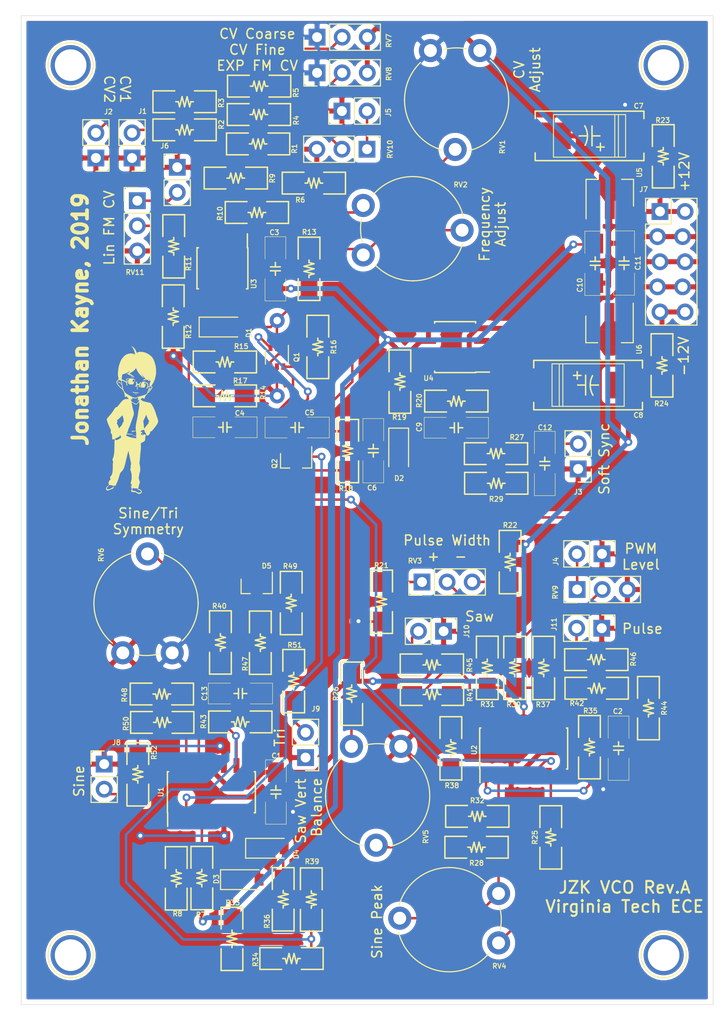
<source format=kicad_pcb>
(kicad_pcb (version 20171130) (host pcbnew "(5.1.0)-1")
  (title_block (title "JZK VCO PCB") (date 2019-05-02) (rev A) (company "Jonathan Kayne"))
  (layers (0 F.Cu signal) (31 B.Cu signal) (34 B.Paste user) (35 F.Paste user) (36 B.SilkS user) (37 F.SilkS user) (38 B.Mask user) (39 F.Mask user) (44 Edge.Cuts user))
  (net 0 "")
  (net 1 +12V)
  (net 2 -12V)
  (net 3 +12VA)
  (net 4 -12VA)
  (net 5 "Net-(C4-Pad2)")
  (net 6 "Net-(C4-Pad1)")
  (net 7 "Net-(C5-Pad2)")
  (net 8 "Net-(C5-Pad1)")
  (net 9 "Net-(C6-Pad2)")
  (net 10 "Net-(C6-Pad1)")
  (net 11 GND)
  (net 12 "Net-(C9-Pad1)")
  (net 13 Soft_SYNC)
  (net 14 Hard_SYNC)
  (net 15 "Net-(C13-Pad1)")
  (net 16 "Net-(C13-Pad2)")
  (net 17 "Net-(D1-Pad1)")
  (net 18 "Net-(D1-Pad2)")
  (net 19 "Net-(D3-Pad1)")
  (net 20 "Net-(D3-Pad2)")
  (net 21 "Net-(D4-Pad2)")
  (net 22 "Net-(D5-Pad3)")
  (net 23 EXP_CV1)
  (net 24 EXP_CV2)
  (net 25 "Net-(J4-Pad2)")
  (net 26 "Net-(J5-Pad2)")
  (net 27 "Net-(J6-Pad2)")
  (net 28 Sine)
  (net 29 Triangle)
  (net 30 Sawtooth)
  (net 31 Pulse)
  (net 32 "Net-(Q1-Pad1)")
  (net 33 "Net-(R1-Pad1)")
  (net 34 EXP_FM_CV)
  (net 35 CV_Fine)
  (net 36 CV_Coarse)
  (net 37 "Net-(R6-Pad2)")
  (net 38 "Net-(R7-Pad2)")
  (net 39 "Net-(R9-Pad1)")
  (net 40 "Net-(R10-Pad1)")
  (net 41 LIN_FM_CV)
  (net 42 "Net-(R12-Pad1)")
  (net 43 "Net-(R13-Pad1)")
  (net 44 "Net-(R21-Pad2)")
  (net 45 "Net-(R22-Pad1)")
  (net 46 +12V_IN)
  (net 47 -12V_IN)
  (net 48 "Net-(R25-Pad1)")
  (net 49 "Net-(R25-Pad2)")
  (net 50 "Net-(R26-Pad1)")
  (net 51 "Net-(R28-Pad1)")
  (net 52 "Net-(R28-Pad2)")
  (net 53 "Net-(R30-Pad1)")
  (net 54 PWM_CV)
  (net 55 "Net-(R31-Pad2)")
  (net 56 "Net-(R32-Pad1)")
  (net 57 "Net-(R35-Pad1)")
  (net 58 "Net-(R38-Pad1)")
  (net 59 "Net-(R40-Pad1)")
  (net 60 "Net-(R41-Pad1)")
  (net 61 "Net-(R42-Pad1)")
  (net 62 "Net-(R42-Pad2)")
  (net 63 "Net-(R48-Pad1)")
  (net 64 "Net-(R50-Pad1)")
  (module Synth:ChibiLogo (layer F.Cu) (at 61.4934 90.7542)
    (fp_text reference G*** hide)
    (fp_text value LOGO hide)
  )
  (module Connectors:1pin (layer F.Cu) (at 55 145)
    (fp_text reference REF**)
    (fp_text value 1pin)
    (pad 1 thru_hole circle (at 0 0) (size 4.064 4.064) (drill 3.2) (layers *.Cu *.Mask))
  )
  (module Connectors:1pin (layer F.Cu) (at 115 145)
    (fp_text reference REF**)
    (fp_text value 1pin)
    (pad 1 thru_hole circle (at 0 0) (size 4.064 4.064) (drill 3.2) (layers *.Cu *.Mask))
  )
  (module Connectors:1pin (layer F.Cu) (at 115 55)
    (fp_text reference REF**)
    (fp_text value 1pin)
    (pad 1 thru_hole circle (at 0 0) (size 4.064 4.064) (drill 3.2) (layers *.Cu *.Mask))
  )
  (module Connectors:1pin (layer F.Cu) (at 55 55)
    (fp_text reference REF**)
    (fp_text value 1pin)
    (pad 1 thru_hole circle (at 0 0) (size 4.064 4.064) (drill 3.2) (layers *.Cu *.Mask))
  )
  (module Synth:C_1206 (layer F.Cu) (at 75.7682 128.5052 90)
    (fp_text reference C1 (at 3.6642 0.0508 180) (layer F.SilkS) (effects (font (size 0.5 0.5) (thickness 0.1))))
    (fp_text value 100nF)
    (pad 1 smd rect (at -2 0 90) (size 2 1.6) (layers F.Cu F.Paste F.Mask) (net 1 +12V))
    (pad 2 smd rect (at 2 0 90) (size 2 1.6) (layers F.Cu F.Paste F.Mask) (net 2 -12V))
  )
  (module Synth:C_1206 (layer F.Cu) (at 110.4392 124.0724 90)
    (fp_text reference C2 (at 3.7272 -0.0762 180) (layer F.SilkS) (effects (font (size 0.5 0.5) (thickness 0.1))))
    (fp_text value 100nF)
    (pad 2 smd rect (at 2 0 90) (size 2 1.6) (layers F.Cu F.Paste F.Mask) (net 2 -12V))
    (pad 1 smd rect (at -2 0 90) (size 2 1.6) (layers F.Cu F.Paste F.Mask) (net 1 +12V))
  )
  (module Synth:C_1206 (layer F.Cu) (at 75.7174 75.597 90)
    (fp_text reference C3 (at 3.6764 -0.1016 180) (layer F.SilkS) (effects (font (size 0.5 0.5) (thickness 0.1))))
    (fp_text value 100nF)
    (pad 1 smd rect (at -2 0 90) (size 2 1.6) (layers F.Cu F.Paste F.Mask) (net 3 +12VA))
    (pad 2 smd rect (at 2 0 90) (size 2 1.6) (layers F.Cu F.Paste F.Mask) (net 4 -12VA))
  )
  (module Synth:C_1206 (layer F.Cu) (at 70.6186 91.6178)
    (fp_text reference C4 (at 1.492 -1.4224) (layer F.SilkS) (effects (font (size 0.5 0.5) (thickness 0.1))))
    (fp_text value 100pF)
    (pad 2 smd rect (at 2 0) (size 2 1.6) (layers F.Cu F.Paste F.Mask) (net 5 "Net-(C4-Pad2)"))
    (pad 1 smd rect (at -2 0) (size 2 1.6) (layers F.Cu F.Paste F.Mask) (net 6 "Net-(C4-Pad1)"))
  )
  (module Synth:C_1206 (layer F.Cu) (at 77.9206 91.6432 180)
    (fp_text reference C5 (at -1.2512 1.4986 180) (layer F.SilkS) (effects (font (size 0.5 0.5) (thickness 0.1))))
    (fp_text value 220pF)
    (pad 2 smd rect (at 2 0 180) (size 2 1.6) (layers F.Cu F.Paste F.Mask) (net 7 "Net-(C5-Pad2)"))
    (pad 1 smd rect (at -2 0 180) (size 2 1.6) (layers F.Cu F.Paste F.Mask) (net 8 "Net-(C5-Pad1)"))
  )
  (module Synth:C_1206 (layer F.Cu) (at 85.6234 93.9866 270)
    (fp_text reference C6 (at 3.7526 0.127) (layer F.SilkS) (effects (font (size 0.5 0.5) (thickness 0.1))))
    (fp_text value 47pF)
    (pad 2 smd rect (at 2 0 270) (size 2 1.6) (layers F.Cu F.Paste F.Mask) (net 9 "Net-(C6-Pad2)"))
    (pad 1 smd rect (at -2 0 270) (size 2 1.6) (layers F.Cu F.Paste F.Mask) (net 10 "Net-(C6-Pad1)"))
  )
  (module Synth:CP_Tantalum_7343 (layer F.Cu) (at 107.5024 62.1538 180)
    (fp_text reference C7 (at -4.9688 3.0226 180) (layer F.SilkS) (effects (font (size 0.5 0.5) (thickness 0.1))))
    (fp_text value 22uF)
    (fp_text user + (at -1.1 -1.05 180) (layer F.SilkS))
    (pad 2 smd rect (at 3.775 0 180) (size 3.75 2.7) (layers F.Cu F.Paste F.Mask) (net 11 GND))
    (pad 1 smd rect (at -3.775 0 180) (size 3.75 2.7) (layers F.Cu F.Paste F.Mask) (net 1 +12V))
  )
  (module Synth:CP_Tantalum_7343 (layer F.Cu) (at 107.3562 87.3506)
    (fp_text reference C8 (at 5.0896 3.048) (layer F.SilkS) (effects (font (size 0.5 0.5) (thickness 0.1))))
    (fp_text value 22uF)
    (fp_text user + (at -1.1 -1.05) (layer F.SilkS))
    (pad 1 smd rect (at -3.775 0) (size 3.75 2.7) (layers F.Cu F.Paste F.Mask) (net 11 GND))
    (pad 2 smd rect (at 3.775 0) (size 3.75 2.7) (layers F.Cu F.Paste F.Mask) (net 2 -12V))
  )
  (module Synth:C_1206 (layer F.Cu) (at 94.0242 91.6686 180)
    (fp_text reference C9 (at 3.7526 0.0762 -90) (layer F.SilkS) (effects (font (size 0.5 0.5) (thickness 0.1))))
    (fp_text value 10pF)
    (pad 1 smd rect (at -2 0 180) (size 2 1.6) (layers F.Cu F.Paste F.Mask) (net 12 "Net-(C9-Pad1)"))
    (pad 2 smd rect (at 2 0 180) (size 2 1.6) (layers F.Cu F.Paste F.Mask) (net 10 "Net-(C6-Pad1)"))
  )
  (module Synth:C_1206 (layer F.Cu) (at 108.077 75.0382 270)
    (fp_text reference C10 (at 2.2032 1.5494 270) (layer F.SilkS) (effects (font (size 0.5 0.5) (thickness 0.1))))
    (fp_text value 100nF)
    (pad 2 smd rect (at 2 0 270) (size 2 1.6) (layers F.Cu F.Paste F.Mask) (net 11 GND))
    (pad 1 smd rect (at -2 0 270) (size 2 1.6) (layers F.Cu F.Paste F.Mask) (net 3 +12VA))
  )
  (module Synth:C_1206 (layer F.Cu) (at 110.998 75.0128 270)
    (fp_text reference C11 (at 0 -1.4 270) (layer F.SilkS) (effects (font (size 0.5 0.5) (thickness 0.1))))
    (fp_text value 100nF)
    (pad 1 smd rect (at -2 0 270) (size 2 1.6) (layers F.Cu F.Paste F.Mask) (net 11 GND))
    (pad 2 smd rect (at 2 0 270) (size 2 1.6) (layers F.Cu F.Paste F.Mask) (net 4 -12VA))
  )
  (module Synth:C_1206 (layer F.Cu) (at 102.9716 95.282 270)
    (fp_text reference C12 (at -3.6388 -0.0254) (layer F.SilkS) (effects (font (size 0.5 0.5) (thickness 0.1))))
    (fp_text value 47pF)
    (pad 1 smd rect (at -2 0 270) (size 2 1.6) (layers F.Cu F.Paste F.Mask) (net 13 Soft_SYNC))
    (pad 2 smd rect (at 2 0 270) (size 2 1.6) (layers F.Cu F.Paste F.Mask) (net 14 Hard_SYNC))
  )
  (module Synth:C_1206 (layer F.Cu) (at 72.1802 118.5418 180)
    (fp_text reference C13 (at 3.6256 0 270) (layer F.SilkS) (effects (font (size 0.5 0.5) (thickness 0.1))))
    (fp_text value 47pF)
    (pad 1 smd rect (at -2 0 180) (size 2 1.6) (layers F.Cu F.Paste F.Mask) (net 15 "Net-(C13-Pad1)"))
    (pad 2 smd rect (at 2 0 180) (size 2 1.6) (layers F.Cu F.Paste F.Mask) (net 16 "Net-(C13-Pad2)"))
  )
  (module Package_TO_SOT_SMD:SOT-23 (layer F.Cu) (at 73.8276 107.68 270)
    (fp_text reference D5 (at -2.0414 -1.0008) (layer F.SilkS) (effects (font (size 0.5 0.5) (thickness 0.1))))
    (fp_text value BAV99)
    (pad 1 smd rect (at -1 -0.95 270) (size 0.9 0.8) (layers F.Cu F.Paste F.Mask) (net 11 GND))
    (pad 2 smd rect (at -1 0.95 270) (size 0.9 0.8) (layers F.Cu F.Paste F.Mask) (net 11 GND))
    (pad 3 smd rect (at 1 0 270) (size 0.9 0.8) (layers F.Cu F.Paste F.Mask) (net 22 "Net-(D5-Pad3)"))
  )
  (module Synth:PinHeader_2x05_P2.54mm_Vertical_Zigzag (layer F.Cu) (at 114.5032 69.7992)
    (fp_text reference J7 (at -1.524 -2.2352) (layer F.SilkS) (effects (font (size 0.5 0.5) (thickness 0.1))))
    (fp_text value Power)
    (pad 10 thru_hole oval (at 2.667 10.16) (size 1.7 1.7) (drill 1) (layers *.Cu *.Mask) (net 47 -12V_IN))
    (pad 9 thru_hole oval (at 0.127 10.16) (size 1.7 1.7) (drill 1) (layers *.Cu *.Mask) (net 47 -12V_IN))
    (pad 8 thru_hole oval (at 2.413 7.62) (size 1.7 1.7) (drill 1) (layers *.Cu *.Mask) (net 11 GND))
    (pad 7 thru_hole oval (at -0.127 7.62) (size 1.7 1.7) (drill 1) (layers *.Cu *.Mask) (net 11 GND))
    (pad 6 thru_hole oval (at 2.667 5.08) (size 1.7 1.7) (drill 1) (layers *.Cu *.Mask) (net 11 GND))
    (pad 5 thru_hole oval (at 0.127 5.08) (size 1.7 1.7) (drill 1) (layers *.Cu *.Mask) (net 11 GND))
    (pad 4 thru_hole oval (at 2.413 2.54) (size 1.7 1.7) (drill 1) (layers *.Cu *.Mask) (net 11 GND))
    (pad 3 thru_hole oval (at -0.127 2.54) (size 1.7 1.7) (drill 1) (layers *.Cu *.Mask) (net 11 GND))
    (pad 2 thru_hole oval (at 2.667 0) (size 1.7 1.7) (drill 1) (layers *.Cu *.Mask) (net 46 +12V_IN))
    (pad 1 thru_hole rect (at 0.127 0) (size 1.7 1.7) (drill 1) (layers *.Cu *.Mask) (net 46 +12V_IN))
  )
  (module Package_TO_SOT_SMD:SOT-363_SC-70-6 (layer F.Cu) (at 75.8698 84.5312 270)
    (fp_text reference Q1 (at 0 -2 270) (layer F.SilkS) (effects (font (size 0.5 0.5) (thickness 0.1))))
    (fp_text value BC857BS)
    (pad 1 smd rect (at -0.95 -0.65 270) (size 0.65 0.4) (layers F.Cu F.Paste F.Mask) (net 32 "Net-(Q1-Pad1)"))
    (pad 3 smd rect (at -0.95 0.65 270) (size 0.65 0.4) (layers F.Cu F.Paste F.Mask) (net 7 "Net-(C5-Pad2)"))
    (pad 5 smd rect (at 0.95 0 270) (size 0.65 0.4) (layers F.Cu F.Paste F.Mask) (net 11 GND))
    (pad 2 smd rect (at -0.95 0 270) (size 0.65 0.4) (layers F.Cu F.Paste F.Mask) (net 18 "Net-(D1-Pad2)"))
    (pad 4 smd rect (at 0.95 0.65 270) (size 0.65 0.4) (layers F.Cu F.Paste F.Mask) (net 32 "Net-(Q1-Pad1)"))
    (pad 6 smd rect (at 0.95 -0.65 270) (size 0.65 0.4) (layers F.Cu F.Paste F.Mask) (net 5 "Net-(C4-Pad2)"))
  )
  (module Package_TO_SOT_SMD:SOT-23 (layer F.Cu) (at 77.8154 94.98 270)
    (fp_text reference Q2 (at 0.3208 2.1742 270) (layer F.SilkS) (effects (font (size 0.5 0.5) (thickness 0.1))))
    (fp_text value MMBFJ112)
    (pad 3 smd rect (at 1 0 270) (size 0.9 0.8) (layers F.Cu F.Paste F.Mask) (net 9 "Net-(C6-Pad2)"))
    (pad 2 smd rect (at -1 0.95 270) (size 0.9 0.8) (layers F.Cu F.Paste F.Mask) (net 7 "Net-(C5-Pad2)"))
    (pad 1 smd rect (at -1 -0.95 270) (size 0.9 0.8) (layers F.Cu F.Paste F.Mask) (net 8 "Net-(C5-Pad1)"))
  )
  (module Synth:R_1206 (layer F.Cu) (at 73.9714 62.9666)
    (fp_text reference R1 (at 3.6764 0.4826 90) (layer F.SilkS) (effects (font (size 0.5 0.5) (thickness 0.1))))
    (fp_text value 100k)
    (pad 1 smd rect (at -2 0) (size 2 1.7) (layers F.Cu F.Paste F.Mask) (net 33 "Net-(R1-Pad1)"))
    (pad 2 smd rect (at 2 0) (size 2 1.7) (layers F.Cu F.Paste F.Mask) (net 34 EXP_FM_CV))
  )
  (module Synth:R_1206 (layer F.Cu) (at 66.5292 61.5442 180)
    (fp_text reference R2 (at -3.7272 0.5334 270) (layer F.SilkS) (effects (font (size 0.5 0.5) (thickness 0.1))))
    (fp_text value 100k)
    (pad 2 smd rect (at 2 0 180) (size 2 1.7) (layers F.Cu F.Paste F.Mask) (net 23 EXP_CV1))
    (pad 1 smd rect (at -2 0 180) (size 2 1.7) (layers F.Cu F.Paste F.Mask) (net 33 "Net-(R1-Pad1)"))
  )
  (module Synth:R_1206 (layer F.Cu) (at 66.5292 58.6994 180)
    (fp_text reference R3 (at -3.715 -0.127 270) (layer F.SilkS) (effects (font (size 0.5 0.5) (thickness 0.1))))
    (fp_text value 100k)
    (pad 1 smd rect (at -2 0 180) (size 2 1.7) (layers F.Cu F.Paste F.Mask) (net 33 "Net-(R1-Pad1)"))
    (pad 2 smd rect (at 2 0 180) (size 2 1.7) (layers F.Cu F.Paste F.Mask) (net 24 EXP_CV2))
  )
  (module Synth:R_1206 (layer F.Cu) (at 74.0476 59.9948)
    (fp_text reference R4 (at 3.778 0.5842 90) (layer F.SilkS) (effects (font (size 0.5 0.5) (thickness 0.1))))
    (fp_text value 3.3M)
    (pad 1 smd rect (at -2 0) (size 2 1.7) (layers F.Cu F.Paste F.Mask) (net 33 "Net-(R1-Pad1)"))
    (pad 2 smd rect (at 2 0) (size 2 1.7) (layers F.Cu F.Paste F.Mask) (net 35 CV_Fine))
  )
  (module Synth:R_1206 (layer F.Cu) (at 74.073 57.1246)
    (fp_text reference R5 (at 3.7272 0.6604 90) (layer F.SilkS) (effects (font (size 0.5 0.5) (thickness 0.1))))
    (fp_text value 220k)
    (pad 2 smd rect (at 2 0) (size 2 1.7) (layers F.Cu F.Paste F.Mask) (net 36 CV_Coarse))
    (pad 1 smd rect (at -2 0) (size 2 1.7) (layers F.Cu F.Paste F.Mask) (net 33 "Net-(R1-Pad1)"))
  )
  (module Synth:R_1206 (layer F.Cu) (at 79.6102 66.929)
    (fp_text reference R6 (at -1.3782 1.7018) (layer F.SilkS) (effects (font (size 0.5 0.5) (thickness 0.1))))
    (fp_text value 470k)
    (pad 1 smd rect (at -2 0) (size 2 1.7) (layers F.Cu F.Paste F.Mask) (net 33 "Net-(R1-Pad1)"))
    (pad 2 smd rect (at 2 0) (size 2 1.7) (layers F.Cu F.Paste F.Mask) (net 37 "Net-(R6-Pad2)"))
  )
  (module Synth:R_1206 (layer F.Cu) (at 68.2752 137.2042 90)
    (fp_text reference R7 (at -3.715 -0.1016 180) (layer F.SilkS) (effects (font (size 0.5 0.5) (thickness 0.1))))
    (fp_text value 68k)
    (pad 2 smd rect (at 2 0 90) (size 2 1.7) (layers F.Cu F.Paste F.Mask) (net 38 "Net-(R7-Pad2)"))
    (pad 1 smd rect (at -2 0 90) (size 2 1.7) (layers F.Cu F.Paste F.Mask) (net 3 +12VA))
  )
  (module Synth:R_1206 (layer F.Cu) (at 65.6844 137.2296 270)
    (fp_text reference R8 (at 3.588 -0.127) (layer F.SilkS) (effects (font (size 0.5 0.5) (thickness 0.1))))
    (fp_text value 50k)
    (pad 1 smd rect (at -2 0 270) (size 2 1.7) (layers F.Cu F.Paste F.Mask) (net 38 "Net-(R7-Pad2)"))
    (pad 2 smd rect (at 2 0 270) (size 2 1.7) (layers F.Cu F.Paste F.Mask) (net 11 GND))
  )
  (module Synth:R_1206 (layer F.Cu) (at 71.7108 66.421)
    (fp_text reference R9 (at 3.7018 0.0254 90) (layer F.SilkS) (effects (font (size 0.5 0.5) (thickness 0.1))))
    (fp_text value 47k)
    (pad 1 smd rect (at -2 0) (size 2 1.7) (layers F.Cu F.Paste F.Mask) (net 39 "Net-(R9-Pad1)"))
    (pad 2 smd rect (at 2 0) (size 2 1.7) (layers F.Cu F.Paste F.Mask) (net 11 GND))
  )
  (module Synth:R_1206 (layer F.Cu) (at 73.8444 69.9008 180)
    (fp_text reference R10 (at 3.7272 -0.1016 270) (layer F.SilkS) (effects (font (size 0.5 0.5) (thickness 0.1))))
    (fp_text value 33k)
    (pad 2 smd rect (at 2 0 180) (size 2 1.7) (layers F.Cu F.Paste F.Mask) (net 33 "Net-(R1-Pad1)"))
    (pad 1 smd rect (at -2 0 180) (size 2 1.7) (layers F.Cu F.Paste F.Mask) (net 40 "Net-(R10-Pad1)"))
  )
  (module Synth:R_1206 (layer F.Cu) (at 65.4304 73.3232 90)
    (fp_text reference R11 (at -1.7592 1.4986 90) (layer F.SilkS) (effects (font (size 0.5 0.5) (thickness 0.1))))
    (fp_text value 100k)
    (pad 1 smd rect (at -2 0 90) (size 2 1.7) (layers F.Cu F.Paste F.Mask) (net 5 "Net-(C4-Pad2)"))
    (pad 2 smd rect (at 2 0 90) (size 2 1.7) (layers F.Cu F.Paste F.Mask) (net 41 LIN_FM_CV))
  )
  (module Synth:R_1206 (layer F.Cu) (at 65.3796 80.423 270)
    (fp_text reference R12 (at 1.5174 -1.5494 270) (layer F.SilkS) (effects (font (size 0.5 0.5) (thickness 0.1))))
    (fp_text value 100k)
    (pad 2 smd rect (at 2 0 270) (size 2 1.7) (layers F.Cu F.Paste F.Mask) (net 11 GND))
    (pad 1 smd rect (at -2 0 270) (size 2 1.7) (layers F.Cu F.Paste F.Mask) (net 42 "Net-(R12-Pad1)"))
  )
  (module Synth:R_1206 (layer F.Cu) (at 79.121 75.597 270)
    (fp_text reference R13 (at -3.715 -0.0254) (layer F.SilkS) (effects (font (size 0.5 0.5) (thickness 0.1))))
    (fp_text value 22k)
    (pad 1 smd rect (at -2 0 270) (size 2 1.7) (layers F.Cu F.Paste F.Mask) (net 43 "Net-(R13-Pad1)"))
    (pad 2 smd rect (at 2 0 270) (size 2 1.7) (layers F.Cu F.Paste F.Mask) (net 18 "Net-(D1-Pad2)"))
  )
  (module Synth:Tempco_Resistor_SOT363 (layer F.Cu) (at 75.8952 84.6328 270)
    (fp_text reference R14 (at 3.4798 1.397 270) (layer F.SilkS) (effects (font (size 0.5 0.5) (thickness 0.1))))
    (fp_text value "1k Tempco")
    (pad 2 thru_hole circle (at 3.81 0 270) (size 1.524 1.524) (drill 0.762) (layers *.Cu *.Mask) (net 11 GND))
    (pad 1 thru_hole circle (at -3.81 0 270) (size 1.524 1.524) (drill 0.762) (layers *.Cu *.Mask) (net 18 "Net-(D1-Pad2)"))
  )
  (module Synth:R_1206 (layer F.Cu) (at 70.6054 85.0138 180)
    (fp_text reference R15 (at -1.6576 1.5748 180) (layer F.SilkS) (effects (font (size 0.5 0.5) (thickness 0.1))))
    (fp_text value 1M)
    (pad 2 smd rect (at 2 0 180) (size 2 1.7) (layers F.Cu F.Paste F.Mask) (net 17 "Net-(D1-Pad1)"))
    (pad 1 smd rect (at -2 0 180) (size 2 1.7) (layers F.Cu F.Paste F.Mask) (net 32 "Net-(Q1-Pad1)"))
  )
  (module Synth:R_1206 (layer F.Cu) (at 80.01 83.4964 270)
    (fp_text reference R16 (at 0 -1.6 270) (layer F.SilkS) (effects (font (size 0.5 0.5) (thickness 0.1))))
    (fp_text value 1M)
    (pad 2 smd rect (at 2 0 270) (size 2 1.7) (layers F.Cu F.Paste F.Mask) (net 5 "Net-(C4-Pad2)"))
    (pad 1 smd rect (at -2 0 270) (size 2 1.7) (layers F.Cu F.Paste F.Mask) (net 8 "Net-(C5-Pad1)"))
  )
  (module Synth:R_1206 (layer F.Cu) (at 70.6054 88.4428 180)
    (fp_text reference R17 (at -1.556 1.524 180) (layer F.SilkS) (effects (font (size 0.5 0.5) (thickness 0.1))))
    (fp_text value 10k)
    (pad 1 smd rect (at -2 0 180) (size 2 1.7) (layers F.Cu F.Paste F.Mask) (net 32 "Net-(Q1-Pad1)"))
    (pad 2 smd rect (at 2 0 180) (size 2 1.7) (layers F.Cu F.Paste F.Mask) (net 6 "Net-(C4-Pad1)"))
  )
  (module Synth:R_1206 (layer F.Cu) (at 83.0326 94.0242 90)
    (fp_text reference R18 (at -3.7912 -0.1778 180) (layer F.SilkS) (effects (font (size 0.5 0.5) (thickness 0.1))))
    (fp_text value 100k)
    (pad 2 smd rect (at 2 0 90) (size 2 1.7) (layers F.Cu F.Paste F.Mask) (net 8 "Net-(C5-Pad1)"))
    (pad 1 smd rect (at -2 0 90) (size 2 1.7) (layers F.Cu F.Paste F.Mask) (net 9 "Net-(C6-Pad2)"))
  )
  (module Synth:R_1206 (layer F.Cu) (at 88.3158 87.0016 270)
    (fp_text reference R19 (at 3.6002 0.0508) (layer F.SilkS) (effects (font (size 0.5 0.5) (thickness 0.1))))
    (fp_text value 33k)
    (pad 2 smd rect (at 2 0 270) (size 2 1.7) (layers F.Cu F.Paste F.Mask) (net 10 "Net-(C6-Pad1)"))
    (pad 1 smd rect (at -2 0 270) (size 2 1.7) (layers F.Cu F.Paste F.Mask) (net 3 +12VA))
  )
  (module Synth:R_1206 (layer F.Cu) (at 94.0242 88.9762 180)
    (fp_text reference R20 (at 3.7526 0.0508 -90) (layer F.SilkS) (effects (font (size 0.5 0.5) (thickness 0.1))))
    (fp_text value 1M)
    (pad 2 smd rect (at 2 0 180) (size 2 1.7) (layers F.Cu F.Paste F.Mask) (net 10 "Net-(C6-Pad1)"))
    (pad 1 smd rect (at -2 0 180) (size 2 1.7) (layers F.Cu F.Paste F.Mask) (net 12 "Net-(C9-Pad1)"))
  )
  (module Synth:R_1206 (layer F.Cu) (at 86.4616 109.2642 90)
    (fp_text reference R21 (at 3.6764 -0.0254 180) (layer F.SilkS) (effects (font (size 0.5 0.5) (thickness 0.1))))
    (fp_text value 7.5k)
    (pad 1 smd rect (at -2 0 90) (size 2 1.7) (layers F.Cu F.Paste F.Mask) (net 1 +12V))
    (pad 2 smd rect (at 2 0 90) (size 2 1.7) (layers F.Cu F.Paste F.Mask) (net 44 "Net-(R21-Pad2)"))
  )
  (module Synth:R_1206 (layer F.Cu) (at 99.4664 105.251 90)
    (fp_text reference R22 (at 3.7272 0 180) (layer F.SilkS) (effects (font (size 0.5 0.5) (thickness 0.1))))
    (fp_text value 7.5k)
    (pad 2 smd rect (at 2 0 90) (size 2 1.7) (layers F.Cu F.Paste F.Mask) (net 2 -12V))
    (pad 1 smd rect (at -2 0 90) (size 2 1.7) (layers F.Cu F.Paste F.Mask) (net 45 "Net-(R22-Pad1)"))
  )
  (module Synth:R_1206 (layer F.Cu) (at 114.9604 64.2178 90)
    (fp_text reference R23 (at 3.6388 -0.0508 180) (layer F.SilkS) (effects (font (size 0.5 0.5) (thickness 0.1))))
    (fp_text value 10)
    (pad 1 smd rect (at -2 0 90) (size 2 1.7) (layers F.Cu F.Paste F.Mask) (net 46 +12V_IN))
    (pad 2 smd rect (at 2 0 90) (size 2 1.7) (layers F.Cu F.Paste F.Mask) (net 1 +12V))
  )
  (module Synth:R_1206 (layer F.Cu) (at 114.8334 85.3628 270)
    (fp_text reference R24 (at 3.8674 0.0508) (layer F.SilkS) (effects (font (size 0.5 0.5) (thickness 0.1))))
    (fp_text value 10)
    (pad 2 smd rect (at 2 0 270) (size 2 1.7) (layers F.Cu F.Paste F.Mask) (net 2 -12V))
    (pad 1 smd rect (at -2 0 270) (size 2 1.7) (layers F.Cu F.Paste F.Mask) (net 47 -12V_IN))
  )
  (module Synth:R_1206 (layer F.Cu) (at 103.5812 133.0894 90)
    (fp_text reference R25 (at 0 -1.6 90) (layer F.SilkS) (effects (font (size 0.5 0.5) (thickness 0.1))))
    (fp_text value 10k)
    (pad 1 smd rect (at -2 0 90) (size 2 1.7) (layers F.Cu F.Paste F.Mask) (net 48 "Net-(R25-Pad1)"))
    (pad 2 smd rect (at 2 0 90) (size 2 1.7) (layers F.Cu F.Paste F.Mask) (net 49 "Net-(R25-Pad2)"))
  )
  (module Synth:R_1206 (layer F.Cu) (at 83.439 118.5606 90)
    (fp_text reference R26 (at 0 -1.6 90) (layer F.SilkS) (effects (font (size 0.5 0.5) (thickness 0.1))))
    (fp_text value 5.6k)
    (pad 2 smd rect (at 2 0 90) (size 2 1.7) (layers F.Cu F.Paste F.Mask) (net 2 -12V))
    (pad 1 smd rect (at -2 0 90) (size 2 1.7) (layers F.Cu F.Paste F.Mask) (net 50 "Net-(R26-Pad1)"))
  )
  (module Synth:R_1206 (layer F.Cu) (at 98.0374 94.2848)
    (fp_text reference R27 (at 2.1148 -1.651) (layer F.SilkS) (effects (font (size 0.5 0.5) (thickness 0.1))))
    (fp_text value 10k)
    (pad 2 smd rect (at 2 0) (size 2 1.7) (layers F.Cu F.Paste F.Mask) (net 11 GND))
    (pad 1 smd rect (at -2 0) (size 2 1.7) (layers F.Cu F.Paste F.Mask) (net 12 "Net-(C9-Pad1)"))
  )
  (module Synth:R_1206 (layer F.Cu) (at 96.0694 134.0866 180)
    (fp_text reference R28 (at 0 -1.6 180) (layer F.SilkS) (effects (font (size 0.5 0.5) (thickness 0.1))))
    (fp_text value 100k)
    (pad 1 smd rect (at -2 0 180) (size 2 1.7) (layers F.Cu F.Paste F.Mask) (net 51 "Net-(R28-Pad1)"))
    (pad 2 smd rect (at 2 0 180) (size 2 1.7) (layers F.Cu F.Paste F.Mask) (net 52 "Net-(R28-Pad2)"))
  )
  (module Synth:R_1206 (layer F.Cu) (at 98.0628 97.282 180)
    (fp_text reference R29 (at 0 -1.6 180) (layer F.SilkS) (effects (font (size 0.5 0.5) (thickness 0.1))))
    (fp_text value 10k)
    (pad 1 smd rect (at -2 0 180) (size 2 1.7) (layers F.Cu F.Paste F.Mask) (net 14 Hard_SYNC))
    (pad 2 smd rect (at 2 0 180) (size 2 1.7) (layers F.Cu F.Paste F.Mask) (net 12 "Net-(C9-Pad1)"))
  )
  (module Synth:R_1206 (layer F.Cu) (at 99.9236 115.9444 90)
    (fp_text reference R30 (at -3.715 -0.1016 180) (layer F.SilkS) (effects (font (size 0.5 0.5) (thickness 0.1))))
    (fp_text value 180k)
    (pad 1 smd rect (at -2 0 90) (size 2 1.7) (layers F.Cu F.Paste F.Mask) (net 53 "Net-(R30-Pad1)"))
    (pad 2 smd rect (at 2 0 90) (size 2 1.7) (layers F.Cu F.Paste F.Mask) (net 54 PWM_CV))
  )
  (module Synth:R_1206 (layer F.Cu) (at 97.155 115.9444 90)
    (fp_text reference R31 (at -3.6896 0.0254 180) (layer F.SilkS) (effects (font (size 0.5 0.5) (thickness 0.1))))
    (fp_text value 100k)
    (pad 2 smd rect (at 2 0 90) (size 2 1.7) (layers F.Cu F.Paste F.Mask) (net 55 "Net-(R31-Pad2)"))
    (pad 1 smd rect (at -2 0 90) (size 2 1.7) (layers F.Cu F.Paste F.Mask) (net 53 "Net-(R30-Pad1)"))
  )
  (module Synth:R_1206 (layer F.Cu) (at 96.1456 130.9624)
    (fp_text reference R32 (at 0 -1.6) (layer F.SilkS) (effects (font (size 0.5 0.5) (thickness 0.1))))
    (fp_text value 220k)
    (pad 2 smd rect (at 2 0) (size 2 1.7) (layers F.Cu F.Paste F.Mask) (net 51 "Net-(R28-Pad1)"))
    (pad 1 smd rect (at -2 0) (size 2 1.7) (layers F.Cu F.Paste F.Mask) (net 56 "Net-(R32-Pad1)"))
  )
  (module Synth:R_1206 (layer F.Cu) (at 71.3232 143.351 270)
    (fp_text reference R33 (at -3.651 -0.0762) (layer F.SilkS) (effects (font (size 0.5 0.5) (thickness 0.1))))
    (fp_text value 100k)
    (pad 1 smd rect (at -2 0 270) (size 2 1.7) (layers F.Cu F.Paste F.Mask) (net 19 "Net-(D3-Pad1)"))
    (pad 2 smd rect (at 2 0 270) (size 2 1.7) (layers F.Cu F.Paste F.Mask) (net 56 "Net-(R32-Pad1)"))
  )
  (module Synth:R_1206 (layer F.Cu) (at 77.3496 145.3388 180)
    (fp_text reference R34 (at 3.6388 -0.1016 270) (layer F.SilkS) (effects (font (size 0.5 0.5) (thickness 0.1))))
    (fp_text value 100k)
    (pad 2 smd rect (at 2 0 180) (size 2 1.7) (layers F.Cu F.Paste F.Mask) (net 56 "Net-(R32-Pad1)"))
    (pad 1 smd rect (at -2 0 180) (size 2 1.7) (layers F.Cu F.Paste F.Mask) (net 16 "Net-(C13-Pad2)"))
  )
  (module Synth:R_1206 (layer F.Cu) (at 107.4928 123.9708 270)
    (fp_text reference R35 (at -3.6764 -0.1016) (layer F.SilkS) (effects (font (size 0.5 0.5) (thickness 0.1))))
    (fp_text value 10k)
    (pad 2 smd rect (at 2 0 270) (size 2 1.7) (layers F.Cu F.Paste F.Mask) (net 56 "Net-(R32-Pad1)"))
    (pad 1 smd rect (at -2 0 270) (size 2 1.7) (layers F.Cu F.Paste F.Mask) (net 57 "Net-(R35-Pad1)"))
  )
  (module Synth:R_1206 (layer F.Cu) (at 76.5048 139.351 270)
    (fp_text reference R36 (at 2.2286 1.6256 270) (layer F.SilkS) (effects (font (size 0.5 0.5) (thickness 0.1))))
    (fp_text value 100k)
    (pad 2 smd rect (at 2 0 270) (size 2 1.7) (layers F.Cu F.Paste F.Mask) (net 19 "Net-(D3-Pad1)"))
    (pad 1 smd rect (at -2 0 270) (size 2 1.7) (layers F.Cu F.Paste F.Mask) (net 21 "Net-(D4-Pad2)"))
  )
  (module Synth:R_1206 (layer F.Cu) (at 102.87 115.9576 90)
    (fp_text reference R37 (at -3.7018 -0.0762 180) (layer F.SilkS) (effects (font (size 0.5 0.5) (thickness 0.1))))
    (fp_text value 470k)
    (pad 1 smd rect (at -2 0 90) (size 2 1.7) (layers F.Cu F.Paste F.Mask) (net 53 "Net-(R30-Pad1)"))
    (pad 2 smd rect (at 2 0 90) (size 2 1.7) (layers F.Cu F.Paste F.Mask) (net 11 GND))
  )
  (module Synth:R_1206 (layer F.Cu) (at 93.472 124.0856 270)
    (fp_text reference R38 (at 3.7658 -0.1016) (layer F.SilkS) (effects (font (size 0.5 0.5) (thickness 0.1))))
    (fp_text value 100k)
    (pad 1 smd rect (at -2 0 270) (size 2 1.7) (layers F.Cu F.Paste F.Mask) (net 58 "Net-(R38-Pad1)"))
    (pad 2 smd rect (at 2 0 270) (size 2 1.7) (layers F.Cu F.Paste F.Mask) (net 56 "Net-(R32-Pad1)"))
  )
  (module Synth:R_1206 (layer F.Cu) (at 79.3496 139.3764 270)
    (fp_text reference R39 (at -3.842 -0.0762) (layer F.SilkS) (effects (font (size 0.5 0.5) (thickness 0.1))))
    (fp_text value 50k)
    (pad 1 smd rect (at -2 0 270) (size 2 1.7) (layers F.Cu F.Paste F.Mask) (net 21 "Net-(D4-Pad2)"))
    (pad 2 smd rect (at 2 0 270) (size 2 1.7) (layers F.Cu F.Paste F.Mask) (net 16 "Net-(C13-Pad2)"))
  )
  (module Synth:R_1206 (layer F.Cu) (at 70.1548 113.379 270)
    (fp_text reference R40 (at -3.6764 0.1016) (layer F.SilkS) (effects (font (size 0.5 0.5) (thickness 0.1))))
    (fp_text value 150k)
    (pad 2 smd rect (at 2 0 270) (size 2 1.7) (layers F.Cu F.Paste F.Mask) (net 16 "Net-(C13-Pad2)"))
    (pad 1 smd rect (at -2 0 270) (size 2 1.7) (layers F.Cu F.Paste F.Mask) (net 59 "Net-(R40-Pad1)"))
  )
  (module Synth:R_1206 (layer F.Cu) (at 91.5604 118.6434)
    (fp_text reference R41 (at 3.842 0 90) (layer F.SilkS) (effects (font (size 0.5 0.5) (thickness 0.1))))
    (fp_text value 100k)
    (pad 1 smd rect (at -2 0) (size 2 1.7) (layers F.Cu F.Paste F.Mask) (net 60 "Net-(R41-Pad1)"))
    (pad 2 smd rect (at 2 0) (size 2 1.7) (layers F.Cu F.Paste F.Mask) (net 58 "Net-(R38-Pad1)"))
  )
  (module Synth:R_1206 (layer F.Cu) (at 108.2228 118.0084 180)
    (fp_text reference R42 (at 2 -1.524 180) (layer F.SilkS) (effects (font (size 0.5 0.5) (thickness 0.1))))
    (fp_text value 10k)
    (pad 1 smd rect (at -2 0 180) (size 2 1.7) (layers F.Cu F.Paste F.Mask) (net 61 "Net-(R42-Pad1)"))
    (pad 2 smd rect (at 2 0 180) (size 2 1.7) (layers F.Cu F.Paste F.Mask) (net 62 "Net-(R42-Pad2)"))
  )
  (module Synth:R_1206 (layer F.Cu) (at 72.168 121.412 180)
    (fp_text reference R43 (at 3.715 0.0254 270) (layer F.SilkS) (effects (font (size 0.5 0.5) (thickness 0.1))))
    (fp_text value 200k)
    (pad 1 smd rect (at -2 0 180) (size 2 1.7) (layers F.Cu F.Paste F.Mask) (net 15 "Net-(C13-Pad1)"))
    (pad 2 smd rect (at 2 0 180) (size 2 1.7) (layers F.Cu F.Paste F.Mask) (net 16 "Net-(C13-Pad2)"))
  )
  (module Synth:R_1206 (layer F.Cu) (at 113.4618 120.0216 270)
    (fp_text reference R44 (at 0 -1.6 270) (layer F.SilkS) (effects (font (size 0.5 0.5) (thickness 0.1))))
    (fp_text value 4.7k)
    (pad 2 smd rect (at 2 0 270) (size 2 1.7) (layers F.Cu F.Paste F.Mask) (net 11 GND))
    (pad 1 smd rect (at -2 0 270) (size 2 1.7) (layers F.Cu F.Paste F.Mask) (net 61 "Net-(R42-Pad1)"))
  )
  (module Synth:R_1206 (layer F.Cu) (at 91.5482 115.6462)
    (fp_text reference R45 (at 3.8288 0.0254 90) (layer F.SilkS) (effects (font (size 0.5 0.5) (thickness 0.1))))
    (fp_text value 1k)
    (pad 2 smd rect (at 2 0) (size 2 1.7) (layers F.Cu F.Paste F.Mask) (net 60 "Net-(R41-Pad1)"))
    (pad 1 smd rect (at -2 0) (size 2 1.7) (layers F.Cu F.Paste F.Mask) (net 30 Sawtooth))
  )
  (module Synth:R_1206 (layer F.Cu) (at 108.1852 115.1128)
    (fp_text reference R46 (at 3.7526 -0.0508 90) (layer F.SilkS) (effects (font (size 0.5 0.5) (thickness 0.1))))
    (fp_text value 1k)
    (pad 2 smd rect (at 2 0) (size 2 1.7) (layers F.Cu F.Paste F.Mask) (net 61 "Net-(R42-Pad1)"))
    (pad 1 smd rect (at -2 0) (size 2 1.7) (layers F.Cu F.Paste F.Mask) (net 31 Pulse))
  )
  (module Synth:R_1206 (layer F.Cu) (at 74.1934 113.4044 270)
    (fp_text reference R47 (at 2.1402 1.524 270) (layer F.SilkS) (effects (font (size 0.5 0.5) (thickness 0.1))))
    (fp_text value 150k)
    (pad 1 smd rect (at -2 0 270) (size 2 1.7) (layers F.Cu F.Paste F.Mask) (net 22 "Net-(D5-Pad3)"))
    (pad 2 smd rect (at 2 0 270) (size 2 1.7) (layers F.Cu F.Paste F.Mask) (net 15 "Net-(C13-Pad1)"))
  )
  (module Synth:R_1206 (layer F.Cu) (at 64.23 118.5926 180)
    (fp_text reference R48 (at 3.778 -0.1016 270) (layer F.SilkS) (effects (font (size 0.5 0.5) (thickness 0.1))))
    (fp_text value 1.5k)
    (pad 2 smd rect (at 2 0 180) (size 2 1.7) (layers F.Cu F.Paste F.Mask) (net 11 GND))
    (pad 1 smd rect (at -2 0 180) (size 2 1.7) (layers F.Cu F.Paste F.Mask) (net 63 "Net-(R48-Pad1)"))
  )
  (module Synth:R_1206 (layer F.Cu) (at 77.3176 109.3912 90)
    (fp_text reference R49 (at 3.7272 -0.1016 180) (layer F.SilkS) (effects (font (size 0.5 0.5) (thickness 0.1))))
    (fp_text value 22k)
    (pad 1 smd rect (at -2 0 90) (size 2 1.7) (layers F.Cu F.Paste F.Mask) (net 22 "Net-(D5-Pad3)"))
    (pad 2 smd rect (at 2 0 90) (size 2 1.7) (layers F.Cu F.Paste F.Mask) (net 11 GND))
  )
  (module Synth:R_1206 (layer F.Cu) (at 64.2686 121.4628)
    (fp_text reference R50 (at -3.6642 0.127 -270) (layer F.SilkS) (effects (font (size 0.5 0.5) (thickness 0.1))))
    (fp_text value 15k)
    (pad 1 smd rect (at -2 0) (size 2 1.7) (layers F.Cu F.Paste F.Mask) (net 64 "Net-(R50-Pad1)"))
    (pad 2 smd rect (at 2 0) (size 2 1.7) (layers F.Cu F.Paste F.Mask) (net 63 "Net-(R48-Pad1)"))
  )
  (module Synth:R_1206 (layer F.Cu) (at 77.5716 117.2906 90)
    (fp_text reference R51 (at 3.651 0.1016 180) (layer F.SilkS) (effects (font (size 0.5 0.5) (thickness 0.1))))
    (fp_text value 1k)
    (pad 1 smd rect (at -2 0 90) (size 2 1.7) (layers F.Cu F.Paste F.Mask) (net 29 Triangle))
    (pad 2 smd rect (at 2 0 90) (size 2 1.7) (layers F.Cu F.Paste F.Mask) (net 15 "Net-(C13-Pad1)"))
  )
  (module Synth:R_1206 (layer F.Cu) (at 61.7982 126.714 90)
    (fp_text reference R52 (at 2.2032 1.651 90) (layer F.SilkS) (effects (font (size 0.5 0.5) (thickness 0.1))))
    (fp_text value 1k)
    (pad 2 smd rect (at 2 0 90) (size 2 1.7) (layers F.Cu F.Paste F.Mask) (net 64 "Net-(R50-Pad1)"))
    (pad 1 smd rect (at -2 0 90) (size 2 1.7) (layers F.Cu F.Paste F.Mask) (net 28 Sine))
  )
  (module Potentiometer_THT:Potentiometer_Piher_PT-10-V10_Vertical (layer F.Cu) (at 91.4038 53.5254 270)
    (fp_text reference RV1 (at 9.746 -7.2752 270) (layer F.SilkS) (effects (font (size 0.5 0.5) (thickness 0.1))))
    (fp_text value 220k)
    (pad 3 thru_hole circle (at 0 -5 270) (size 2.34 2.34) (drill 1.3) (layers *.Cu *.Mask) (net 2 -12V))
    (pad 2 thru_hole circle (at 10 -2.5 270) (size 2.34 2.34) (drill 1.3) (layers *.Cu *.Mask) (net 37 "Net-(R6-Pad2)"))
    (pad 1 thru_hole circle (at 0 0 270) (size 2.34 2.34) (drill 1.3) (layers *.Cu *.Mask) (net 1 +12V))
  )
  (module Potentiometer_THT:Potentiometer_Piher_PT-10-V10_Vertical (layer F.Cu) (at 84.6074 74.1896)
    (fp_text reference RV2 (at 9.8476 -7.0974) (layer F.SilkS) (effects (font (size 0.5 0.5) (thickness 0.1))))
    (fp_text value 25k)
    (pad 1 thru_hole circle (at 0 0) (size 2.34 2.34) (drill 1.3) (layers *.Cu *.Mask) (net 43 "Net-(R13-Pad1)"))
    (pad 2 thru_hole circle (at 10 -2.5) (size 2.34 2.34) (drill 1.3) (layers *.Cu *.Mask) (net 43 "Net-(R13-Pad1)"))
    (pad 3 thru_hole circle (at 0 -5) (size 2.34 2.34) (drill 1.3) (layers *.Cu *.Mask) (net 40 "Net-(R10-Pad1)"))
  )
  (module Potentiometer_THT:Potentiometer_Piher_PT-10-V10_Vertical (layer F.Cu) (at 98.298 138.7602 180)
    (fp_text reference RV4 (at -0.0762 -7.3406 180) (layer F.SilkS) (effects (font (size 0.5 0.5) (thickness 0.1))))
    (fp_text value 100k)
    (pad 1 thru_hole circle (at 0 0 180) (size 2.34 2.34) (drill 1.3) (layers *.Cu *.Mask) (net 51 "Net-(R28-Pad1)"))
    (pad 2 thru_hole circle (at 10 -2.5 180) (size 2.34 2.34) (drill 1.3) (layers *.Cu *.Mask) (net 51 "Net-(R28-Pad1)"))
    (pad 3 thru_hole circle (at 0 -5 180) (size 2.34 2.34) (drill 1.3) (layers *.Cu *.Mask) (net 49 "Net-(R25-Pad2)"))
  )
  (module Potentiometer_THT:Potentiometer_Piher_PT-10-V10_Vertical (layer F.Cu) (at 83.4136 123.8834 270)
    (fp_text reference RV5 (at 9.1364 -7.5184 270) (layer F.SilkS) (effects (font (size 0.5 0.5) (thickness 0.1))))
    (fp_text value 10k)
    (pad 3 thru_hole circle (at 0 -5 270) (size 2.34 2.34) (drill 1.3) (layers *.Cu *.Mask) (net 11 GND))
    (pad 2 thru_hole circle (at 10 -2.5 270) (size 2.34 2.34) (drill 1.3) (layers *.Cu *.Mask) (net 52 "Net-(R28-Pad2)"))
    (pad 1 thru_hole circle (at 0 0 270) (size 2.34 2.34) (drill 1.3) (layers *.Cu *.Mask) (net 50 "Net-(R26-Pad1)"))
  )
  (module Potentiometer_THT:Potentiometer_Piher_PT-10-V10_Vertical (layer F.Cu) (at 65.278 114.427 90)
    (fp_text reference RV6 (at 9.906 -7.1882 90) (layer F.SilkS) (effects (font (size 0.5 0.5) (thickness 0.1))))
    (fp_text value 47k)
    (pad 3 thru_hole circle (at 0 -5 90) (size 2.34 2.34) (drill 1.3) (layers *.Cu *.Mask) (net 11 GND))
    (pad 2 thru_hole circle (at 10 -2.5 90) (size 2.34 2.34) (drill 1.3) (layers *.Cu *.Mask) (net 59 "Net-(R40-Pad1)"))
    (pad 1 thru_hole circle (at 0 0 90) (size 2.34 2.34) (drill 1.3) (layers *.Cu *.Mask) (net 1 +12V))
  )
  (module Package_SO:SOIC-14_3.9x8.7mm_P1.27mm (layer F.Cu) (at 69.2404 128.524 90)
    (fp_text reference U1 (at 0.0254 -5.1054 90) (layer F.SilkS) (effects (font (size 0.5 0.5) (thickness 0.1))))
    (fp_text value TL074)
    (pad 1 smd rect (at -2.7 -3.81 90) (size 1.5 0.6) (layers F.Cu F.Paste F.Mask) (net 8 "Net-(C5-Pad1)"))
    (pad 2 smd rect (at -2.7 -2.54 90) (size 1.5 0.6) (layers F.Cu F.Paste F.Mask) (net 8 "Net-(C5-Pad1)"))
    (pad 3 smd rect (at -2.7 -1.27 90) (size 1.5 0.6) (layers F.Cu F.Paste F.Mask) (net 38 "Net-(R7-Pad2)"))
    (pad 4 smd rect (at -2.7 0 90) (size 1.5 0.6) (layers F.Cu F.Paste F.Mask) (net 1 +12V))
    (pad 5 smd rect (at -2.7 1.27 90) (size 1.5 0.6) (layers F.Cu F.Paste F.Mask) (net 11 GND))
    (pad 6 smd rect (at -2.7 2.54 90) (size 1.5 0.6) (layers F.Cu F.Paste F.Mask) (net 19 "Net-(D3-Pad1)"))
    (pad 7 smd rect (at -2.7 3.81 90) (size 1.5 0.6) (layers F.Cu F.Paste F.Mask) (net 20 "Net-(D3-Pad2)"))
    (pad 8 smd rect (at 2.7 3.81 90) (size 1.5 0.6) (layers F.Cu F.Paste F.Mask) (net 15 "Net-(C13-Pad1)"))
    (pad 9 smd rect (at 2.7 2.54 90) (size 1.5 0.6) (layers F.Cu F.Paste F.Mask) (net 16 "Net-(C13-Pad2)"))
    (pad 10 smd rect (at 2.7 1.27 90) (size 1.5 0.6) (layers F.Cu F.Paste F.Mask) (net 11 GND))
    (pad 11 smd rect (at 2.7 0 90) (size 1.5 0.6) (layers F.Cu F.Paste F.Mask) (net 2 -12V))
    (pad 12 smd rect (at 2.7 -1.27 90) (size 1.5 0.6) (layers F.Cu F.Paste F.Mask) (net 22 "Net-(D5-Pad3)"))
    (pad 13 smd rect (at 2.7 -2.54 90) (size 1.5 0.6) (layers F.Cu F.Paste F.Mask) (net 63 "Net-(R48-Pad1)"))
    (pad 14 smd rect (at 2.7 -3.81 90) (size 1.5 0.6) (layers F.Cu F.Paste F.Mask) (net 64 "Net-(R50-Pad1)"))
  )
  (module Package_SO:SOIC-14_3.9x8.7mm_P1.27mm (layer F.Cu) (at 100.838 124.1044 90)
    (fp_text reference U2 (at -0.1524 -5.0038 90) (layer F.SilkS) (effects (font (size 0.5 0.5) (thickness 0.1))))
    (fp_text value TL074)
    (pad 14 smd rect (at 2.7 -3.81 90) (size 1.5 0.6) (layers F.Cu F.Paste F.Mask) (net 60 "Net-(R41-Pad1)"))
    (pad 13 smd rect (at 2.7 -2.54 90) (size 1.5 0.6) (layers F.Cu F.Paste F.Mask) (net 58 "Net-(R38-Pad1)"))
    (pad 12 smd rect (at 2.7 -1.27 90) (size 1.5 0.6) (layers F.Cu F.Paste F.Mask) (net 11 GND))
    (pad 11 smd rect (at 2.7 0 90) (size 1.5 0.6) (layers F.Cu F.Paste F.Mask) (net 2 -12V))
    (pad 10 smd rect (at 2.7 1.27 90) (size 1.5 0.6) (layers F.Cu F.Paste F.Mask) (net 53 "Net-(R30-Pad1)"))
    (pad 9 smd rect (at 2.7 2.54 90) (size 1.5 0.6) (layers F.Cu F.Paste F.Mask) (net 57 "Net-(R35-Pad1)"))
    (pad 8 smd rect (at 2.7 3.81 90) (size 1.5 0.6) (layers F.Cu F.Paste F.Mask) (net 62 "Net-(R42-Pad2)"))
    (pad 7 smd rect (at -2.7 3.81 90) (size 1.5 0.6) (layers F.Cu F.Paste F.Mask) (net 49 "Net-(R25-Pad2)"))
    (pad 6 smd rect (at -2.7 2.54 90) (size 1.5 0.6) (layers F.Cu F.Paste F.Mask) (net 49 "Net-(R25-Pad2)"))
    (pad 5 smd rect (at -2.7 1.27 90) (size 1.5 0.6) (layers F.Cu F.Paste F.Mask) (net 7 "Net-(C5-Pad2)"))
    (pad 4 smd rect (at -2.7 0 90) (size 1.5 0.6) (layers F.Cu F.Paste F.Mask) (net 1 +12V))
    (pad 3 smd rect (at -2.7 -1.27 90) (size 1.5 0.6) (layers F.Cu F.Paste F.Mask) (net 11 GND))
    (pad 2 smd rect (at -2.7 -2.54 90) (size 1.5 0.6) (layers F.Cu F.Paste F.Mask) (net 51 "Net-(R28-Pad1)"))
    (pad 1 smd rect (at -2.7 -3.81 90) (size 1.5 0.6) (layers F.Cu F.Paste F.Mask) (net 56 "Net-(R32-Pad1)"))
  )
  (module Package_SO:SOIC-8_3.9x4.9mm_P1.27mm (layer F.Cu) (at 70.358 75.5396 270)
    (fp_text reference U3 (at 1.5748 -3.175 90) (layer F.SilkS) (effects (font (size 0.5 0.5) (thickness 0.1))))
    (fp_text value OPA2137)
    (pad 1 smd rect (at -2.7 -1.905 270) (size 1.55 0.6) (layers F.Cu F.Paste F.Mask) (net 43 "Net-(R13-Pad1)"))
    (pad 2 smd rect (at -2.7 -0.635 270) (size 1.55 0.6) (layers F.Cu F.Paste F.Mask) (net 33 "Net-(R1-Pad1)"))
    (pad 3 smd rect (at -2.7 0.635 270) (size 1.55 0.6) (layers F.Cu F.Paste F.Mask) (net 39 "Net-(R9-Pad1)"))
    (pad 4 smd rect (at -2.7 1.905 270) (size 1.55 0.6) (layers F.Cu F.Paste F.Mask) (net 4 -12VA))
    (pad 5 smd rect (at 2.7 1.905 270) (size 1.55 0.6) (layers F.Cu F.Paste F.Mask) (net 42 "Net-(R12-Pad1)"))
    (pad 6 smd rect (at 2.7 0.635 270) (size 1.55 0.6) (layers F.Cu F.Paste F.Mask) (net 5 "Net-(C4-Pad2)"))
    (pad 7 smd rect (at 2.7 -0.635 270) (size 1.55 0.6) (layers F.Cu F.Paste F.Mask) (net 6 "Net-(C4-Pad1)"))
    (pad 8 smd rect (at 2.7 -1.905 270) (size 1.55 0.6) (layers F.Cu F.Paste F.Mask) (net 3 +12VA))
  )
  (module Package_SO:SOIC-8_3.9x4.9mm_P1.27mm (layer F.Cu) (at 93.9038 83.5152 180)
    (fp_text reference U4 (at 2.6924 -3.1496 180) (layer F.SilkS) (effects (font (size 0.5 0.5) (thickness 0.1))))
    (fp_text value LM311)
    (pad 8 smd rect (at 2.7 -1.905 180) (size 1.55 0.6) (layers F.Cu F.Paste F.Mask) (net 3 +12VA))
    (pad 7 smd rect (at 2.7 -0.635 180) (size 1.55 0.6) (layers F.Cu F.Paste F.Mask) (net 10 "Net-(C6-Pad1)"))
    (pad 6 smd rect (at 2.7 0.635 180) (size 1.55 0.6) (layers F.Cu F.Paste F.Mask) (net 3 +12VA))
    (pad 5 smd rect (at 2.7 1.905 180) (size 1.55 0.6) (layers F.Cu F.Paste F.Mask) (net 3 +12VA))
    (pad 4 smd rect (at -2.7 1.905 180) (size 1.55 0.6) (layers F.Cu F.Paste F.Mask) (net 4 -12VA))
    (pad 3 smd rect (at -2.7 0.635 180) (size 1.55 0.6) (layers F.Cu F.Paste F.Mask) (net 48 "Net-(R25-Pad1)"))
    (pad 2 smd rect (at -2.7 -0.635 180) (size 1.55 0.6) (layers F.Cu F.Paste F.Mask) (net 12 "Net-(C9-Pad1)"))
    (pad 1 smd rect (at -2.7 -1.905 180) (size 1.55 0.6) (layers F.Cu F.Paste F.Mask) (net 4 -12VA))
  )
  (module Package_TO_SOT_SMD:SOT-89-3 (layer F.Cu) (at 109.5502 68.326 90)
    (fp_text reference U5 (at 2.4638 2.9972 270) (layer F.SilkS) (effects (font (size 0.5 0.5) (thickness 0.1))))
    (fp_text value L78L12_SOT89)
    (pad 2 smd trapezoid (at -0.0762 0 180) (size 1.5 1) (rect_delta 0 0.7) (layers F.Cu F.Paste F.Mask) (net 11 GND))
    (pad 2 smd rect (at 1.3335 0) (size 2.2 1.84) (layers F.Cu F.Paste F.Mask) (net 11 GND))
    (pad 3 smd rect (at -1.48 1.5) (size 1 1.5) (layers F.Cu F.Paste F.Mask) (net 46 +12V_IN))
    (pad 2 smd rect (at -1.3335 0) (size 1 1.8) (layers F.Cu F.Paste F.Mask) (net 11 GND))
    (pad 1 smd rect (at -1.48 -1.5) (size 1 1.5) (layers F.Cu F.Paste F.Mask) (net 3 +12VA))
    (pad 2 smd trapezoid (at 2.667 0) (size 1.6 0.85) (rect_delta 0 0.6) (layers F.Cu F.Paste F.Mask) (net 11 GND))
  )
  (module Package_TO_SOT_SMD:SOT-89-3 (layer F.Cu) (at 109.5234 81.2868 270)
    (fp_text reference U6 (at 2.457 -2.9986 270) (layer F.SilkS) (effects (font (size 0.5 0.5) (thickness 0.1))))
    (fp_text value L79L12_SOT89)
    (pad 2 smd trapezoid (at 2.667 0 180) (size 1.6 0.85) (rect_delta 0 0.6) (layers F.Cu F.Paste F.Mask) (net 47 -12V_IN))
    (pad 1 smd rect (at -1.48 -1.5 180) (size 1 1.5) (layers F.Cu F.Paste F.Mask) (net 11 GND))
    (pad 2 smd rect (at -1.3335 0 180) (size 1 1.8) (layers F.Cu F.Paste F.Mask) (net 47 -12V_IN))
    (pad 3 smd rect (at -1.48 1.5 180) (size 1 1.5) (layers F.Cu F.Paste F.Mask) (net 4 -12VA))
    (pad 2 smd rect (at 1.3335 0 180) (size 2.2 1.84) (layers F.Cu F.Paste F.Mask) (net 47 -12V_IN))
    (pad 2 smd trapezoid (at -0.0762 0) (size 1.5 1) (rect_delta 0 0.7) (layers F.Cu F.Paste F.Mask) (net 47 -12V_IN))
  )
  (module Diode_SMD:D_SOD-123 (layer F.Cu) (at 70.2564 81.4832)
    (fp_text reference D1 (at 2.7686 0.5842 90) (layer F.SilkS) (effects (font (size 0.5 0.5) (thickness 0.1))))
    (fp_text value 1N4148W)
    (pad 2 smd rect (at 1.65 0) (size 0.9 1.2) (layers F.Cu F.Paste F.Mask) (net 18 "Net-(D1-Pad2)"))
    (pad 1 smd rect (at -1.65 0) (size 0.9 1.2) (layers F.Cu F.Paste F.Mask) (net 17 "Net-(D1-Pad1)"))
  )
  (module Diode_SMD:D_SOD-123 (layer F.Cu) (at 88.1888 93.9556 270)
    (fp_text reference D2 (at 2.8184 -0.0508) (layer F.SilkS) (effects (font (size 0.5 0.5) (thickness 0.1))))
    (fp_text value 1N4148W)
    (pad 1 smd rect (at -1.65 0 270) (size 0.9 1.2) (layers F.Cu F.Paste F.Mask) (net 10 "Net-(C6-Pad1)"))
    (pad 2 smd rect (at 1.65 0 270) (size 0.9 1.2) (layers F.Cu F.Paste F.Mask) (net 9 "Net-(C6-Pad2)"))
  )
  (module Diode_SMD:D_SOD-123 (layer F.Cu) (at 72.4144 137.3632)
    (fp_text reference D3 (at -2.666 -0.0508 90) (layer F.SilkS) (effects (font (size 0.5 0.5) (thickness 0.1))))
    (fp_text value 1N4148W)
    (pad 2 smd rect (at 1.65 0) (size 0.9 1.2) (layers F.Cu F.Paste F.Mask) (net 20 "Net-(D3-Pad2)"))
    (pad 1 smd rect (at -1.65 0) (size 0.9 1.2) (layers F.Cu F.Paste F.Mask) (net 19 "Net-(D3-Pad1)"))
  )
  (module Diode_SMD:D_SOD-123 (layer F.Cu) (at 74.9544 134.1882)
    (fp_text reference D4 (at 2.8712 0.6096 90) (layer F.SilkS) (effects (font (size 0.5 0.5) (thickness 0.1))))
    (fp_text value 1N4148W)
    (pad 1 smd rect (at -1.65 0) (size 0.9 1.2) (layers F.Cu F.Paste F.Mask) (net 20 "Net-(D3-Pad2)"))
    (pad 2 smd rect (at 1.65 0) (size 0.9 1.2) (layers F.Cu F.Paste F.Mask) (net 21 "Net-(D4-Pad2)"))
  )
  (module Connector_PinHeader_2.54mm:PinHeader_1x02_P2.54mm_Vertical (layer F.Cu) (at 61.214 64.389 180)
    (fp_text reference J1 (at -1.0668 4.7244 180) (layer F.SilkS) (effects (font (size 0.5 0.5) (thickness 0.1))))
    (fp_text value MJ-3502)
    (pad 2 thru_hole oval (at 0 2.54 180) (size 1.7 1.7) (drill 1) (layers *.Cu *.Mask) (net 23 EXP_CV1))
    (pad 1 thru_hole rect (at 0 0 180) (size 1.7 1.7) (drill 1) (layers *.Cu *.Mask) (net 11 GND))
  )
  (module Connector_PinHeader_2.54mm:PinHeader_1x02_P2.54mm_Vertical (layer F.Cu) (at 57.5564 64.389 180)
    (fp_text reference J2 (at -1.27 4.6736) (layer F.SilkS) (effects (font (size 0.5 0.5) (thickness 0.1))))
    (fp_text value MJ-3502)
    (pad 1 thru_hole rect (at 0 0 180) (size 1.7 1.7) (drill 1) (layers *.Cu *.Mask) (net 11 GND))
    (pad 2 thru_hole oval (at 0 2.54 180) (size 1.7 1.7) (drill 1) (layers *.Cu *.Mask) (net 24 EXP_CV2))
  )
  (module Connector_PinHeader_2.54mm:PinHeader_1x02_P2.54mm_Vertical (layer F.Cu) (at 106.3498 95.8342 180)
    (fp_text reference J3 (at 0 -2.33 180) (layer F.SilkS) (effects (font (size 0.5 0.5) (thickness 0.1))))
    (fp_text value MJ-3502)
    (pad 2 thru_hole oval (at 0 2.54 180) (size 1.7 1.7) (drill 1) (layers *.Cu *.Mask) (net 13 Soft_SYNC))
    (pad 1 thru_hole rect (at 0 0 180) (size 1.7 1.7) (drill 1) (layers *.Cu *.Mask) (net 11 GND))
  )
  (module Connector_PinHeader_2.54mm:PinHeader_1x02_P2.54mm_Vertical (layer F.Cu) (at 108.7628 104.4194 270)
    (fp_text reference J4 (at 0.762 4.6736 270) (layer F.SilkS) (effects (font (size 0.5 0.5) (thickness 0.1))))
    (fp_text value MJ-3502)
    (pad 1 thru_hole rect (at 0 0 270) (size 1.7 1.7) (drill 1) (layers *.Cu *.Mask) (net 11 GND))
    (pad 2 thru_hole oval (at 0 2.54 270) (size 1.7 1.7) (drill 1) (layers *.Cu *.Mask) (net 25 "Net-(J4-Pad2)"))
  )
  (module Connector_PinHeader_2.54mm:PinHeader_1x02_P2.54mm_Vertical (layer F.Cu) (at 82.4484 59.6392 90)
    (fp_text reference J5 (at -0.1524 4.699 270) (layer F.SilkS) (effects (font (size 0.5 0.5) (thickness 0.1))))
    (fp_text value MJ-3502)
    (pad 2 thru_hole oval (at 0 2.54 90) (size 1.7 1.7) (drill 1) (layers *.Cu *.Mask) (net 26 "Net-(J5-Pad2)"))
    (pad 1 thru_hole rect (at 0 0 90) (size 1.7 1.7) (drill 1) (layers *.Cu *.Mask) (net 11 GND))
  )
  (module Connector_PinHeader_2.54mm:PinHeader_1x02_P2.54mm_Vertical (layer F.Cu) (at 65.786 65.3288)
    (fp_text reference J6 (at -1.27 -2.159) (layer F.SilkS) (effects (font (size 0.5 0.5) (thickness 0.1))))
    (fp_text value MJ-3502)
    (pad 1 thru_hole rect (at 0 0) (size 1.7 1.7) (drill 1) (layers *.Cu *.Mask) (net 11 GND))
    (pad 2 thru_hole oval (at 0 2.54) (size 1.7 1.7) (drill 1) (layers *.Cu *.Mask) (net 27 "Net-(J6-Pad2)"))
  )
  (module Connector_PinHeader_2.54mm:PinHeader_1x02_P2.54mm_Vertical (layer F.Cu) (at 58.3946 125.6792)
    (fp_text reference J8 (at 1.2446 -2.1844) (layer F.SilkS) (effects (font (size 0.5 0.5) (thickness 0.1))))
    (fp_text value MJ-3502)
    (pad 1 thru_hole rect (at 0 0) (size 1.7 1.7) (drill 1) (layers *.Cu *.Mask) (net 11 GND))
    (pad 2 thru_hole oval (at 0 2.54) (size 1.7 1.7) (drill 1) (layers *.Cu *.Mask) (net 28 Sine))
  )
  (module Connector_PinHeader_2.54mm:PinHeader_1x02_P2.54mm_Vertical (layer F.Cu) (at 78.7654 125.0188 180)
    (fp_text reference J9 (at -1.0414 4.9276 180) (layer F.SilkS) (effects (font (size 0.5 0.5) (thickness 0.1))))
    (fp_text value MJ-3502)
    (pad 2 thru_hole oval (at 0 2.54 180) (size 1.7 1.7) (drill 1) (layers *.Cu *.Mask) (net 29 Triangle))
    (pad 1 thru_hole rect (at 0 0 180) (size 1.7 1.7) (drill 1) (layers *.Cu *.Mask) (net 11 GND))
  )
  (module Connector_PinHeader_2.54mm:PinHeader_1x02_P2.54mm_Vertical (layer F.Cu) (at 92.7354 112.2426 270)
    (fp_text reference J10 (at 0 -2.33 270) (layer F.SilkS) (effects (font (size 0.5 0.5) (thickness 0.1))))
    (fp_text value MJ-3502)
    (pad 1 thru_hole rect (at 0 0 270) (size 1.7 1.7) (drill 1) (layers *.Cu *.Mask) (net 11 GND))
    (pad 2 thru_hole oval (at 0 2.54 270) (size 1.7 1.7) (drill 1) (layers *.Cu *.Mask) (net 30 Sawtooth))
  )
  (module Connector_PinHeader_2.54mm:PinHeader_1x02_P2.54mm_Vertical (layer F.Cu) (at 108.7374 111.9378 270)
    (fp_text reference J11 (at -0.4064 4.826 270) (layer F.SilkS) (effects (font (size 0.5 0.5) (thickness 0.1))))
    (fp_text value MJ-3502)
    (pad 2 thru_hole oval (at 0 2.54 270) (size 1.7 1.7) (drill 1) (layers *.Cu *.Mask) (net 31 Pulse))
    (pad 1 thru_hole rect (at 0 0 270) (size 1.7 1.7) (drill 1) (layers *.Cu *.Mask) (net 11 GND))
  )
  (module Connector_PinHeader_2.54mm:PinHeader_1x03_P2.54mm_Vertical (layer F.Cu) (at 90.551 107.2642 90)
    (fp_text reference RV3 (at 2.1336 -0.7112 180) (layer F.SilkS) (effects (font (size 0.5 0.5) (thickness 0.1))))
    (fp_text value 25k)
    (pad 3 thru_hole oval (at 0 5.08 90) (size 1.7 1.7) (drill 1) (layers *.Cu *.Mask) (net 45 "Net-(R22-Pad1)"))
    (pad 2 thru_hole oval (at 0 2.54 90) (size 1.7 1.7) (drill 1) (layers *.Cu *.Mask) (net 55 "Net-(R31-Pad2)"))
    (pad 1 thru_hole rect (at 0 0 90) (size 1.7 1.7) (drill 1) (layers *.Cu *.Mask) (net 44 "Net-(R21-Pad2)"))
  )
  (module Connector_PinHeader_2.54mm:PinHeader_1x03_P2.54mm_Vertical (layer F.Cu) (at 79.9338 52.1716 90)
    (fp_text reference RV7 (at -0.3556 7.2644 90) (layer F.SilkS) (effects (font (size 0.5 0.5) (thickness 0.1))))
    (fp_text value 25k)
    (pad 3 thru_hole oval (at 0 5.08 90) (size 1.7 1.7) (drill 1) (layers *.Cu *.Mask) (net 2 -12V))
    (pad 2 thru_hole oval (at 0 2.54 90) (size 1.7 1.7) (drill 1) (layers *.Cu *.Mask) (net 36 CV_Coarse))
    (pad 1 thru_hole rect (at 0 0 90) (size 1.7 1.7) (drill 1) (layers *.Cu *.Mask) (net 1 +12V))
  )
  (module Connector_PinHeader_2.54mm:PinHeader_1x03_P2.54mm_Vertical (layer F.Cu) (at 79.9338 55.7784 90)
    (fp_text reference RV8 (at -0.1016 7.2644 90) (layer F.SilkS) (effects (font (size 0.5 0.5) (thickness 0.1))))
    (fp_text value 25k)
    (pad 1 thru_hole rect (at 0 0 90) (size 1.7 1.7) (drill 1) (layers *.Cu *.Mask) (net 1 +12V))
    (pad 2 thru_hole oval (at 0 2.54 90) (size 1.7 1.7) (drill 1) (layers *.Cu *.Mask) (net 35 CV_Fine))
    (pad 3 thru_hole oval (at 0 5.08 90) (size 1.7 1.7) (drill 1) (layers *.Cu *.Mask) (net 2 -12V))
  )
  (module Connector_PinHeader_2.54mm:PinHeader_1x03_P2.54mm_Vertical (layer F.Cu) (at 106.2482 108.0262 90)
    (fp_text reference RV9 (at -0.2794 -2.2098 270) (layer F.SilkS) (effects (font (size 0.5 0.5) (thickness 0.1))))
    (fp_text value 25k)
    (pad 1 thru_hole rect (at 0 0 90) (size 1.7 1.7) (drill 1) (layers *.Cu *.Mask) (net 25 "Net-(J4-Pad2)"))
    (pad 2 thru_hole oval (at 0 2.54 90) (size 1.7 1.7) (drill 1) (layers *.Cu *.Mask) (net 54 PWM_CV))
    (pad 3 thru_hole oval (at 0 5.08 90) (size 1.7 1.7) (drill 1) (layers *.Cu *.Mask) (net 11 GND))
  )
  (module Connector_PinHeader_2.54mm:PinHeader_1x03_P2.54mm_Vertical (layer F.Cu) (at 84.9884 63.5 270)
    (fp_text reference RV10 (at 0 -2.33 270) (layer F.SilkS) (effects (font (size 0.5 0.5) (thickness 0.1))))
    (fp_text value 25k)
    (pad 1 thru_hole rect (at 0 0 270) (size 1.7 1.7) (drill 1) (layers *.Cu *.Mask) (net 26 "Net-(J5-Pad2)"))
    (pad 2 thru_hole oval (at 0 2.54 270) (size 1.7 1.7) (drill 1) (layers *.Cu *.Mask) (net 34 EXP_FM_CV))
    (pad 3 thru_hole oval (at 0 5.08 270) (size 1.7 1.7) (drill 1) (layers *.Cu *.Mask) (net 11 GND))
  )
  (module Connector_PinHeader_2.54mm:PinHeader_1x03_P2.54mm_Vertical (layer F.Cu) (at 61.7474 68.707)
    (fp_text reference RV11 (at -0.2286 7.239 180) (layer F.SilkS) (effects (font (size 0.5 0.5) (thickness 0.1))))
    (fp_text value 25k)
    (pad 3 thru_hole oval (at 0 5.08) (size 1.7 1.7) (drill 1) (layers *.Cu *.Mask) (net 11 GND))
    (pad 2 thru_hole oval (at 0 2.54) (size 1.7 1.7) (drill 1) (layers *.Cu *.Mask) (net 41 LIN_FM_CV))
    (pad 1 thru_hole rect (at 0 0) (size 1.7 1.7) (drill 1) (layers *.Cu *.Mask) (net 27 "Net-(J6-Pad2)"))
  )
  (gr_text "Jonathan Kayne, 2019" (at 55.9816 80.6958 90) (layer F.SilkS) (effects (font (size 1.5 1.5) (thickness 0.375))))
  (gr_text "JZK VCO Rev.A\nVirginia Tech ECE" (at 111.0488 139.1158) (layer F.SilkS) (effects (font (size 1.2 1.2) (thickness 0.2))))
  (gr_text "Lin FM CV" (at 58.9026 71.4502 90) (layer F.SilkS) (effects (font (size 1 1))))
  (gr_text "CV1\nCV2" (at 59.7154 57.4294 270) (layer F.SilkS) (effects (font (size 1 1))))
  (gr_text "CV Coarse\nCV Fine\nEXP FM CV" (at 73.8886 53.4416) (layer F.SilkS) (effects (font (size 1 1))))
  (gr_text Pulse (at 112.8522 111.9886) (layer F.SilkS) (effects (font (size 1 1))))
  (gr_text "PWM\nLevel" (at 112.6998 104.6988) (layer F.SilkS) (effects (font (size 1 1))))
  (gr_text "Soft Sync" (at 108.9914 94.8182 90) (layer F.SilkS) (effects (font (size 1 1))))
  (gr_text "Pulse Width\n+  -" (at 93.091 103.8606) (layer F.SilkS) (effects (font (size 1 1))))
  (gr_text Saw (at 96.3676 110.744) (layer F.SilkS) (effects (font (size 1 1))))
  (gr_text Tri (at 76.1492 122.9868 90) (layer F.SilkS) (effects (font (size 1 1))))
  (gr_text Sine (at 55.8546 127.4064 90) (layer F.SilkS) (effects (font (size 1 1))))
  (gr_text "Saw Vert \nBalance" (at 79.0956 130.048 90) (layer F.SilkS) (effects (font (size 1 1))))
  (gr_text "Sine Peak" (at 86.0044 141.605 90) (layer F.SilkS) (effects (font (size 1 1))))
  (gr_text "Sine/Tri\nSymmetry" (at 62.865 101.1174) (layer F.SilkS) (effects (font (size 1 1))))
  (gr_text "Frequency\nAdjust" (at 97.6884 71.0946 90) (layer F.SilkS) (effects (font (size 1 1))))
  (gr_text "CV\nAdjust" (at 101.1936 55.4736 90) (layer F.SilkS) (effects (font (size 1 1))))
  (gr_text -12V (at 117.0178 84.4296 90) (layer F.SilkS) (effects (font (size 1 1))))
  (gr_text +12V (at 117.094 65.786 90) (layer F.SilkS) (effects (font (size 1 1))))
  (gr_line (start 50 150) (end 50 50) (layer Edge.Cuts) (width 0.05))
  (gr_line (start 120 150) (end 50 150) (layer Edge.Cuts) (width 0.05))
  (gr_line (start 120 50) (end 120 150) (layer Edge.Cuts) (width 0.05))
  (gr_line (start 50 50) (end 120 50) (layer Edge.Cuts) (width 0.05))
  (via (at 111.0996 59.0042) (size 0.8) (drill 0.4) (layers F.Cu B.Cu) (net 1))
  (via (at 84.1248 111.2266) (size 0.8) (drill 0.4) (layers F.Cu B.Cu) (net 1))
  (segment (start 86.4616 111.2642) (end 84.1624 111.2642) (width 0.25) (layer F.Cu) (net 1))
  (segment (start 84.1624 111.2642) (end 84.1248 111.2266) (width 0.25) (layer F.Cu) (net 1))
  (via (at 108.8898 128.2192) (size 0.8) (drill 0.4) (layers F.Cu B.Cu) (net 1))
  (via (at 77.4954 130.5052) (size 0.8) (drill 0.4) (layers F.Cu B.Cu) (net 1))
  (segment (start 111.3414 62.2178) (end 111.2774 62.1538) (width 0.5) (layer F.Cu) (net 1))
  (segment (start 114.9604 62.2178) (end 111.3414 62.2178) (width 0.5) (layer F.Cu) (net 1))
  (segment (start 111.2774 59.182) (end 111.0996 59.0042) (width 0.5) (layer F.Cu) (net 1))
  (segment (start 111.2774 62.1538) (end 111.2774 59.182) (width 0.5) (layer F.Cu) (net 1))
  (segment (start 110.4392 125.8724) (end 110.4392 126.0724) (width 0.5) (layer F.Cu) (net 1))
  (segment (start 109.087599 124.520799) (end 110.4392 125.8724) (width 0.5) (layer F.Cu) (net 1))
  (segment (start 102.531599 124.520799) (end 109.087599 124.520799) (width 0.5) (layer F.Cu) (net 1))
  (segment (start 100.838 126.214398) (end 102.531599 124.520799) (width 0.5) (layer F.Cu) (net 1))
  (segment (start 100.838 126.8044) (end 100.838 126.214398) (width 0.5) (layer F.Cu) (net 1))
  (segment (start 110.4392 126.6698) (end 108.8898 128.2192) (width 0.5) (layer F.Cu) (net 1))
  (segment (start 110.4392 126.0724) (end 110.4392 126.6698) (width 0.5) (layer F.Cu) (net 1))
  (segment (start 74.4682 130.5052) (end 75.7682 130.5052) (width 0.5) (layer F.Cu) (net 1))
  (segment (start 73.986999 130.023999) (end 74.4682 130.5052) (width 0.5) (layer F.Cu) (net 1))
  (segment (start 69.850399 130.023999) (end 73.986999 130.023999) (width 0.5) (layer F.Cu) (net 1))
  (segment (start 69.2404 130.633998) (end 69.850399 130.023999) (width 0.5) (layer F.Cu) (net 1))
  (segment (start 69.2404 131.224) (end 69.2404 130.633998) (width 0.5) (layer F.Cu) (net 1))
  (segment (start 75.7682 130.5052) (end 77.4954 130.5052) (width 0.5) (layer F.Cu) (net 1))
  (segment (start 111.1434 87.3628) (end 111.1312 87.3506) (width 0.5) (layer F.Cu) (net 2))
  (segment (start 114.8334 87.3628) (end 111.1434 87.3628) (width 0.5) (layer F.Cu) (net 2))
  (via (at 100.8634 119.8626) (size 0.8) (drill 0.4) (layers F.Cu B.Cu) (net 2))
  (segment (start 100.838 121.4044) (end 100.838 119.888) (width 0.25) (layer F.Cu) (net 2))
  (segment (start 100.838 119.888) (end 100.8634 119.8626) (width 0.25) (layer F.Cu) (net 2))
  (via (at 85.5726 117.2972) (size 0.8) (drill 0.4) (layers F.Cu B.Cu) (net 2))
  (via (at 101.0412 103.4542) (size 0.8) (drill 0.4) (layers F.Cu B.Cu) (net 2))
  (via (at 111.4298 93.1164) (size 0.8) (drill 0.4) (layers F.Cu B.Cu) (net 2))
  (segment (start 85.0138 55.7784) (end 85.0138 52.1716) (width 0.5) (layer F.Cu) (net 2))
  (segment (start 85.863799 51.321601) (end 85.0138 52.1716) (width 0.5) (layer F.Cu) (net 2))
  (segment (start 94.200001 51.321601) (end 85.863799 51.321601) (width 0.5) (layer F.Cu) (net 2))
  (segment (start 96.4038 53.5254) (end 94.200001 51.321601) (width 0.5) (layer F.Cu) (net 2))
  (segment (start 96.4038 53.5254) (end 109.347 66.4686) (width 0.5) (layer B.Cu) (net 2))
  (segment (start 109.347 91.0336) (end 111.4298 93.1164) (width 0.5) (layer B.Cu) (net 2))
  (segment (start 109.347 66.4686) (end 109.347 91.0336) (width 0.5) (layer B.Cu) (net 2))
  (segment (start 111.4298 87.6492) (end 111.1312 87.3506) (width 0.5) (layer F.Cu) (net 2))
  (segment (start 111.4298 93.1164) (end 111.4298 87.6492) (width 0.5) (layer F.Cu) (net 2))
  (segment (start 100.838 103.251) (end 101.0412 103.4542) (width 0.5) (layer F.Cu) (net 2))
  (segment (start 99.4664 103.251) (end 100.838 103.251) (width 0.5) (layer F.Cu) (net 2))
  (segment (start 111.029801 93.516399) (end 111.4298 93.1164) (width 0.5) (layer B.Cu) (net 2))
  (segment (start 101.491999 103.054201) (end 111.029801 93.516399) (width 0.5) (layer B.Cu) (net 2))
  (segment (start 101.441199 103.054201) (end 101.491999 103.054201) (width 0.5) (layer B.Cu) (net 2))
  (segment (start 101.0412 103.4542) (end 101.441199 103.054201) (width 0.5) (layer B.Cu) (net 2))
  (segment (start 100.8634 103.632) (end 101.0412 103.4542) (width 0.5) (layer B.Cu) (net 2))
  (segment (start 100.8634 119.8626) (end 100.8634 103.632) (width 0.5) (layer B.Cu) (net 2))
  (segment (start 98.298 117.2972) (end 100.8634 119.8626) (width 0.5) (layer B.Cu) (net 2))
  (segment (start 85.5726 117.2972) (end 98.298 117.2972) (width 0.5) (layer B.Cu) (net 2))
  (segment (start 110.4392 122.2724) (end 110.4392 122.0724) (width 0.5) (layer F.Cu) (net 2))
  (segment (start 109.1392 123.5724) (end 110.4392 122.2724) (width 0.5) (layer F.Cu) (net 2))
  (segment (start 102.556 123.5724) (end 109.1392 123.5724) (width 0.5) (layer F.Cu) (net 2))
  (segment (start 100.838 121.8544) (end 102.556 123.5724) (width 0.5) (layer F.Cu) (net 2))
  (segment (start 100.838 121.4044) (end 100.838 121.8544) (width 0.5) (layer F.Cu) (net 2))
  (segment (start 84.1756 117.2972) (end 83.439 116.5606) (width 0.5) (layer F.Cu) (net 2))
  (segment (start 85.5726 117.2972) (end 84.1756 117.2972) (width 0.5) (layer F.Cu) (net 2))
  (segment (start 74.4682 126.5052) (end 75.7682 126.5052) (width 0.5) (layer F.Cu) (net 2))
  (segment (start 72.9682 128.0052) (end 74.4682 126.5052) (width 0.5) (layer F.Cu) (net 2))
  (segment (start 70.9716 128.0052) (end 72.9682 128.0052) (width 0.5) (layer F.Cu) (net 2))
  (segment (start 69.2404 126.274) (end 70.9716 128.0052) (width 0.5) (layer F.Cu) (net 2))
  (segment (start 69.2404 125.824) (end 69.2404 126.274) (width 0.5) (layer F.Cu) (net 2))
  (segment (start 83.439 116.7106) (end 83.439 116.5606) (width 0.5) (layer F.Cu) (net 2))
  (segment (start 75.7682 126.5052) (end 79.789002 126.5052) (width 0.5) (layer F.Cu) (net 2))
  (segment (start 79.789002 126.5052) (end 81.5594 124.734802) (width 0.5) (layer F.Cu) (net 2))
  (segment (start 81.5594 124.734802) (end 81.5594 118.5902) (width 0.5) (layer F.Cu) (net 2))
  (segment (start 81.5594 118.5902) (end 83.439 116.7106) (width 0.5) (layer F.Cu) (net 2))
  (segment (start 108.077 69.8328) (end 108.0502 69.806) (width 0.5) (layer F.Cu) (net 3))
  (segment (start 108.077 73.0382) (end 108.077 69.8328) (width 0.5) (layer F.Cu) (net 3))
  (via (at 77.2922 77.597) (size 0.8) (drill 0.4) (layers F.Cu B.Cu) (net 3))
  (via (at 87.0966 82.7786) (size 0.8) (drill 0.4) (layers F.Cu B.Cu) (net 3))
  (via (at 105.8672 73.1266) (size 0.8) (drill 0.4) (layers F.Cu B.Cu) (net 3))
  (segment (start 107.9886 73.1266) (end 108.077 73.0382) (width 0.25) (layer F.Cu) (net 3))
  (segment (start 105.8672 73.1266) (end 107.9886 73.1266) (width 0.25) (layer F.Cu) (net 3))
  (segment (start 91.2038 81.6102) (end 91.2038 82.8802) (width 0.5) (layer F.Cu) (net 3))
  (segment (start 90.4372 82.8802) (end 88.3158 85.0016) (width 0.5) (layer F.Cu) (net 3))
  (segment (start 91.2038 82.8802) (end 90.4372 82.8802) (width 0.5) (layer F.Cu) (net 3))
  (segment (start 88.7344 85.4202) (end 88.3158 85.0016) (width 0.5) (layer F.Cu) (net 3))
  (segment (start 91.2038 85.4202) (end 88.7344 85.4202) (width 0.5) (layer F.Cu) (net 3))
  (segment (start 88.3158 83.9978) (end 87.0966 82.7786) (width 0.5) (layer F.Cu) (net 3))
  (segment (start 88.3158 85.0016) (end 88.3158 83.9978) (width 0.5) (layer F.Cu) (net 3))
  (segment (start 75.0748 78.2396) (end 75.7174 77.597) (width 0.5) (layer F.Cu) (net 3))
  (segment (start 72.263 78.2396) (end 75.0748 78.2396) (width 0.5) (layer F.Cu) (net 3))
  (segment (start 75.7174 77.597) (end 77.2922 77.597) (width 0.5) (layer F.Cu) (net 3))
  (segment (start 87.0966 82.7786) (end 82.512799 87.362401) (width 0.5) (layer B.Cu) (net 3))
  (segment (start 81.915 77.597) (end 87.0966 82.7786) (width 0.5) (layer B.Cu) (net 3))
  (segment (start 77.2922 77.597) (end 81.915 77.597) (width 0.5) (layer B.Cu) (net 3))
  (segment (start 96.2152 82.7786) (end 105.8672 73.1266) (width 0.5) (layer B.Cu) (net 3))
  (segment (start 87.0966 82.7786) (end 96.2152 82.7786) (width 0.5) (layer B.Cu) (net 3))
  (segment (start 81.793599 115.310401) (end 82.512799 114.591201) (width 0.5) (layer B.Cu) (net 3))
  (segment (start 82.512799 87.362401) (end 82.512799 114.591201) (width 0.5) (layer B.Cu) (net 3))
  (via (at 68.3768 141.605) (size 0.8) (drill 0.4) (layers F.Cu B.Cu) (net 3))
  (segment (start 68.2752 139.2042) (end 68.2752 141.5034) (width 0.5) (layer F.Cu) (net 3))
  (segment (start 68.2752 141.5034) (end 68.3768 141.605) (width 0.5) (layer F.Cu) (net 3))
  (segment (start 68.776799 141.205001) (end 70.554799 141.205001) (width 0.5) (layer B.Cu) (net 3))
  (segment (start 68.3768 141.605) (end 68.776799 141.205001) (width 0.5) (layer B.Cu) (net 3))
  (segment (start 81.793599 129.966201) (end 81.793599 123.489201) (width 0.5) (layer B.Cu) (net 3))
  (segment (start 70.554799 141.205001) (end 81.793599 129.966201) (width 0.5) (layer B.Cu) (net 3))
  (segment (start 81.793599 123.489201) (end 81.793599 115.310401) (width 0.5) (layer B.Cu) (net 3))
  (segment (start 110.998 77.2128) (end 110.998 77.0128) (width 0.5) (layer F.Cu) (net 4))
  (segment (start 109.698 78.5128) (end 110.998 77.2128) (width 0.5) (layer F.Cu) (net 4))
  (segment (start 108.753898 78.5128) (end 109.698 78.5128) (width 0.5) (layer F.Cu) (net 4))
  (segment (start 108.0234 79.243298) (end 108.753898 78.5128) (width 0.5) (layer F.Cu) (net 4))
  (segment (start 108.0234 79.8068) (end 108.0234 79.243298) (width 0.5) (layer F.Cu) (net 4))
  (segment (start 108.0234 80.0568) (end 108.0234 79.8068) (width 0.5) (layer F.Cu) (net 4))
  (segment (start 106.47 81.6102) (end 108.0234 80.0568) (width 0.5) (layer F.Cu) (net 4))
  (segment (start 96.6038 81.6102) (end 106.47 81.6102) (width 0.5) (layer F.Cu) (net 4))
  (segment (start 79.010997 76.146999) (end 90.370999 76.146999) (width 0.5) (layer F.Cu) (net 4))
  (segment (start 75.7174 73.597) (end 76.460998 73.597) (width 0.5) (layer F.Cu) (net 4))
  (segment (start 76.460998 73.597) (end 79.010997 76.146999) (width 0.5) (layer F.Cu) (net 4))
  (segment (start 90.665599 76.146999) (end 96.1288 81.6102) (width 0.5) (layer F.Cu) (net 4))
  (segment (start 90.370999 76.146999) (end 90.665599 76.146999) (width 0.5) (layer F.Cu) (net 4))
  (segment (start 96.1288 81.6102) (end 96.6038 81.6102) (width 0.5) (layer F.Cu) (net 4))
  (segment (start 95.3288 82.4102) (end 96.1288 81.6102) (width 0.5) (layer F.Cu) (net 4))
  (segment (start 95.3288 84.6202) (end 95.3288 82.4102) (width 0.5) (layer F.Cu) (net 4))
  (segment (start 96.1288 85.4202) (end 95.3288 84.6202) (width 0.5) (layer F.Cu) (net 4))
  (segment (start 96.6038 85.4202) (end 96.1288 85.4202) (width 0.5) (layer F.Cu) (net 4))
  (segment (start 68.453 73.3146) (end 69.8398 74.7014) (width 0.5) (layer F.Cu) (net 4))
  (segment (start 68.453 72.8396) (end 68.453 73.3146) (width 0.5) (layer F.Cu) (net 4))
  (segment (start 74.4174 73.597) (end 75.7174 73.597) (width 0.5) (layer F.Cu) (net 4))
  (segment (start 73.313 74.7014) (end 74.4174 73.597) (width 0.5) (layer F.Cu) (net 4))
  (segment (start 69.8398 74.7014) (end 73.313 74.7014) (width 0.5) (layer F.Cu) (net 4))
  (segment (start 66.5304 75.3232) (end 65.4304 75.3232) (width 0.25) (layer F.Cu) (net 5))
  (segment (start 67.8316 75.3232) (end 66.5304 75.3232) (width 0.25) (layer F.Cu) (net 5))
  (segment (start 69.723 77.2146) (end 67.8316 75.3232) (width 0.25) (layer F.Cu) (net 5))
  (segment (start 69.723 78.2396) (end 69.723 77.2146) (width 0.25) (layer F.Cu) (net 5))
  (segment (start 76.535 85.4964) (end 76.5198 85.4812) (width 0.25) (layer F.Cu) (net 5))
  (segment (start 80.01 85.4964) (end 76.535 85.4964) (width 0.25) (layer F.Cu) (net 5))
  (segment (start 71.3686 91.6178) (end 72.6186 91.6178) (width 0.25) (layer F.Cu) (net 5))
  (segment (start 69.4128 93.5736) (end 71.3686 91.6178) (width 0.25) (layer F.Cu) (net 5))
  (segment (start 68.189398 93.5736) (end 69.4128 93.5736) (width 0.25) (layer F.Cu) (net 5))
  (segment (start 69.723 78.2396) (end 69.723 78.7146) (width 0.25) (layer F.Cu) (net 5))
  (segment (start 69.723 78.7146) (end 66.9544 81.4832) (width 0.25) (layer F.Cu) (net 5))
  (segment (start 66.9544 81.4832) (end 66.9544 87.757) (width 0.25) (layer F.Cu) (net 5))
  (segment (start 66.9544 87.757) (end 66.929 87.7824) (width 0.25) (layer F.Cu) (net 5))
  (segment (start 66.929 87.7824) (end 66.929 92.313202) (width 0.25) (layer F.Cu) (net 5))
  (segment (start 66.929 92.313202) (end 68.189398 93.5736) (width 0.25) (layer F.Cu) (net 5))
  (segment (start 76.5198 85.6062) (end 77.5 86.5864) (width 0.25) (layer F.Cu) (net 5))
  (segment (start 76.5198 85.4812) (end 76.5198 85.6062) (width 0.25) (layer F.Cu) (net 5))
  (segment (start 77.5 88.446762) (end 75.946762 90) (width 0.25) (layer F.Cu) (net 5))
  (segment (start 77.5 86.5864) (end 77.5 88.446762) (width 0.25) (layer F.Cu) (net 5))
  (segment (start 72.8186 91.6178) (end 72.6186 91.6178) (width 0.25) (layer F.Cu) (net 5))
  (segment (start 74.4364 90) (end 72.8186 91.6178) (width 0.25) (layer F.Cu) (net 5))
  (segment (start 75.946762 90) (end 74.4364 90) (width 0.25) (layer F.Cu) (net 5))
  (segment (start 70.993 87.3052) (end 70.993 78.2396) (width 0.25) (layer F.Cu) (net 6))
  (segment (start 68.6054 88.4428) (end 69.8554 88.4428) (width 0.25) (layer F.Cu) (net 6))
  (segment (start 69.8554 88.4428) (end 70.993 87.3052) (width 0.25) (layer F.Cu) (net 6))
  (segment (start 68.6186 88.456) (end 68.6054 88.4428) (width 0.25) (layer F.Cu) (net 6))
  (segment (start 68.6186 91.6178) (end 68.6186 88.456) (width 0.25) (layer F.Cu) (net 6))
  (segment (start 76.2154 93.98) (end 76.8654 93.98) (width 0.25) (layer F.Cu) (net 7))
  (segment (start 75.9206 93.6852) (end 76.2154 93.98) (width 0.25) (layer F.Cu) (net 7))
  (segment (start 75.9206 91.6432) (end 75.9206 93.6852) (width 0.25) (layer F.Cu) (net 7))
  (segment (start 76.8654 94.68) (end 76.2508 95.2946) (width 0.25) (layer F.Cu) (net 7))
  (segment (start 76.8654 93.98) (end 76.8654 94.68) (width 0.25) (layer F.Cu) (net 7))
  (segment (start 76.2508 95.2946) (end 76.2508 96.393) (width 0.25) (layer F.Cu) (net 7))
  (segment (start 76.2508 96.393) (end 78.7908 98.933) (width 0.25) (layer F.Cu) (net 7))
  (via (at 83.3628 98.933) (size 0.8) (drill 0.4) (layers F.Cu B.Cu) (net 7))
  (segment (start 78.7908 98.933) (end 83.3628 98.933) (width 0.25) (layer F.Cu) (net 7))
  (segment (start 83.3628 98.933) (end 85.9028 101.473) (width 0.25) (layer B.Cu) (net 7))
  (segment (start 85.9028 101.473) (end 85.9028 114.8334) (width 0.25) (layer B.Cu) (net 7))
  (segment (start 85.9028 114.8334) (end 84.5566 116.1796) (width 0.25) (layer B.Cu) (net 7))
  (segment (start 84.5566 117.354202) (end 92.475198 125.2728) (width 0.25) (layer B.Cu) (net 7))
  (segment (start 84.5566 116.1796) (end 84.5566 117.354202) (width 0.25) (layer B.Cu) (net 7))
  (via (at 103.6066 125.370799) (size 0.8) (drill 0.4) (layers F.Cu B.Cu) (net 7))
  (segment (start 92.475198 125.2728) (end 103.508601 125.2728) (width 0.25) (layer B.Cu) (net 7))
  (segment (start 103.508601 125.2728) (end 103.6066 125.370799) (width 0.25) (layer B.Cu) (net 7))
  (segment (start 102.108 126.303714) (end 102.108 126.8044) (width 0.25) (layer F.Cu) (net 7))
  (segment (start 103.040915 125.370799) (end 102.108 126.303714) (width 0.25) (layer F.Cu) (net 7))
  (segment (start 103.6066 125.370799) (end 103.040915 125.370799) (width 0.25) (layer F.Cu) (net 7))
  (via (at 79 88) (size 0.8) (drill 0.4) (layers F.Cu B.Cu) (net 7))
  (segment (start 79 88.7638) (end 79 88) (width 0.25) (layer F.Cu) (net 7))
  (segment (start 75.9206 91.6432) (end 76.1206 91.6432) (width 0.25) (layer F.Cu) (net 7))
  (segment (start 76.1206 91.6432) (end 79 88.7638) (width 0.25) (layer F.Cu) (net 7))
  (via (at 74 82.5) (size 0.8) (drill 0.4) (layers F.Cu B.Cu) (net 7))
  (segment (start 79 88) (end 74 83) (width 0.25) (layer B.Cu) (net 7))
  (segment (start 74 83) (end 74 82.5) (width 0.25) (layer B.Cu) (net 7))
  (segment (start 74.1386 82.5) (end 75.2198 83.5812) (width 0.25) (layer F.Cu) (net 7))
  (segment (start 74 82.5) (end 74.1386 82.5) (width 0.25) (layer F.Cu) (net 7))
  (segment (start 80.3016 92.0242) (end 79.9206 91.6432) (width 0.25) (layer F.Cu) (net 8))
  (segment (start 83.0326 92.0242) (end 80.3016 92.0242) (width 0.25) (layer F.Cu) (net 8))
  (segment (start 66.7004 131.224) (end 65.4304 131.224) (width 0.25) (layer F.Cu) (net 8))
  (via (at 66.7258 129.0574) (size 0.8) (drill 0.4) (layers F.Cu B.Cu) (net 8))
  (segment (start 66.7004 131.224) (end 66.7004 129.0828) (width 0.25) (layer F.Cu) (net 8))
  (segment (start 66.7004 129.0828) (end 66.7258 129.0574) (width 0.25) (layer F.Cu) (net 8))
  (via (at 80.391 94.5896) (size 0.8) (drill 0.4) (layers F.Cu B.Cu) (net 8))
  (segment (start 79.375 94.5896) (end 78.7654 93.98) (width 0.25) (layer F.Cu) (net 8))
  (segment (start 80.391 94.5896) (end 79.375 94.5896) (width 0.25) (layer F.Cu) (net 8))
  (segment (start 79.7206 91.6432) (end 79.9206 91.6432) (width 0.25) (layer F.Cu) (net 8))
  (segment (start 78.8366 93.8588) (end 78.8366 92.5272) (width 0.25) (layer F.Cu) (net 8))
  (segment (start 78.7654 93.93) (end 78.8366 93.8588) (width 0.25) (layer F.Cu) (net 8))
  (segment (start 78.7654 93.98) (end 78.7654 93.93) (width 0.25) (layer F.Cu) (net 8))
  (segment (start 78.8366 92.5272) (end 79.7206 91.6432) (width 0.25) (layer F.Cu) (net 8))
  (segment (start 80.391 115.3922) (end 80.391 94.5896) (width 0.25) (layer B.Cu) (net 8))
  (segment (start 76.7715 119.0117) (end 80.391 115.3922) (width 0.25) (layer B.Cu) (net 8))
  (segment (start 76.7715 125.0061) (end 76.7715 119.0117) (width 0.25) (layer B.Cu) (net 8))
  (segment (start 72.7202 129.0574) (end 76.7715 125.0061) (width 0.25) (layer B.Cu) (net 8))
  (segment (start 66.7258 129.0574) (end 72.7202 129.0574) (width 0.25) (layer B.Cu) (net 8))
  (segment (start 79.9206 90.5932) (end 79.9206 91.6432) (width 0.25) (layer F.Cu) (net 8))
  (segment (start 80.01 82.7464) (end 80.6318 83.3682) (width 0.25) (layer F.Cu) (net 8))
  (segment (start 80.01 81.4964) (end 80.01 82.7464) (width 0.25) (layer F.Cu) (net 8))
  (segment (start 80.6318 83.3682) (end 82.8682 83.3682) (width 0.25) (layer F.Cu) (net 8))
  (segment (start 82.8682 83.3682) (end 83.5 84) (width 0.25) (layer F.Cu) (net 8))
  (segment (start 83.5 84) (end 83.5 87.0138) (width 0.25) (layer F.Cu) (net 8))
  (segment (start 83.5 87.0138) (end 79.9206 90.5932) (width 0.25) (layer F.Cu) (net 8))
  (segment (start 85.5858 96.0242) (end 85.6234 95.9866) (width 0.25) (layer F.Cu) (net 9))
  (segment (start 83.0326 96.0242) (end 85.5858 96.0242) (width 0.25) (layer F.Cu) (net 9))
  (segment (start 87.8078 95.9866) (end 88.1888 95.6056) (width 0.25) (layer F.Cu) (net 9))
  (segment (start 85.6234 95.9866) (end 87.8078 95.9866) (width 0.25) (layer F.Cu) (net 9))
  (segment (start 82.9884 95.98) (end 83.0326 96.0242) (width 0.25) (layer F.Cu) (net 9))
  (segment (start 77.8154 95.98) (end 82.9884 95.98) (width 0.25) (layer F.Cu) (net 9))
  (segment (start 87.8698 91.9866) (end 88.1888 92.3056) (width 0.25) (layer F.Cu) (net 10))
  (segment (start 85.6234 91.9866) (end 87.8698 91.9866) (width 0.25) (layer F.Cu) (net 10))
  (segment (start 88.1888 89.1286) (end 88.3158 89.0016) (width 0.25) (layer F.Cu) (net 10))
  (segment (start 88.1888 92.3056) (end 88.1888 89.1286) (width 0.25) (layer F.Cu) (net 10))
  (segment (start 91.9988 89.0016) (end 92.0242 88.9762) (width 0.25) (layer F.Cu) (net 10))
  (segment (start 88.3158 89.0016) (end 91.9988 89.0016) (width 0.25) (layer F.Cu) (net 10))
  (segment (start 92.0242 91.6686) (end 92.0242 88.9762) (width 0.25) (layer F.Cu) (net 10))
  (segment (start 92.0242 87.8762) (end 92.5576 87.3428) (width 0.25) (layer F.Cu) (net 10))
  (segment (start 92.0242 88.9762) (end 92.0242 87.8762) (width 0.25) (layer F.Cu) (net 10))
  (segment (start 91.6788 84.1502) (end 91.2038 84.1502) (width 0.25) (layer F.Cu) (net 10))
  (segment (start 92.5576 85.029) (end 91.6788 84.1502) (width 0.25) (layer F.Cu) (net 10))
  (segment (start 92.5576 87.3428) (end 92.5576 85.029) (width 0.25) (layer F.Cu) (net 10))
  (segment (start 65.3796 83.673) (end 65.405 83.6984) (width 0.25) (layer F.Cu) (net 11))
  (segment (start 65.3796 82.423) (end 65.3796 83.673) (width 0.25) (layer F.Cu) (net 11))
  (via (at 65.405 84.4042) (size 0.8) (drill 0.4) (layers F.Cu B.Cu) (net 11))
  (segment (start 65.405 83.6984) (end 65.405 84.4042) (width 0.25) (layer F.Cu) (net 11))
  (segment (start 69.4436 88.4428) (end 75.8952 88.4428) (width 0.25) (layer B.Cu) (net 11))
  (segment (start 65.405 84.4042) (end 69.4436 88.4428) (width 0.25) (layer B.Cu) (net 11))
  (segment (start 75.8698 88.4174) (end 75.8952 88.4428) (width 0.25) (layer F.Cu) (net 11))
  (segment (start 75.8698 85.4812) (end 75.8698 88.4174) (width 0.25) (layer F.Cu) (net 11))
  (via (at 70.5358 132.9182) (size 0.8) (drill 0.4) (layers F.Cu B.Cu) (net 11))
  (segment (start 70.5104 131.224) (end 70.5104 132.8928) (width 0.25) (layer F.Cu) (net 11))
  (segment (start 70.5104 132.8928) (end 70.5358 132.9182) (width 0.25) (layer F.Cu) (net 11))
  (segment (start 70.5358 132.9182) (end 69.970115 132.9182) (width 0.25) (layer B.Cu) (net 11))
  (via (at 62.0522 132.9182) (size 0.8) (drill 0.4) (layers F.Cu B.Cu) (net 11))
  (segment (start 69.970115 132.9182) (end 62.0522 132.9182) (width 0.25) (layer B.Cu) (net 11))
  (via (at 70.1294 123.8504) (size 0.8) (drill 0.4) (layers F.Cu B.Cu) (net 11))
  (segment (start 70.5104 125.824) (end 70.5104 124.2314) (width 0.25) (layer F.Cu) (net 11))
  (segment (start 70.5104 124.2314) (end 70.1294 123.8504) (width 0.25) (layer F.Cu) (net 11))
  (segment (start 58.3946 124.5792) (end 58.3946 125.6792) (width 0.25) (layer B.Cu) (net 11))
  (segment (start 59.1234 123.8504) (end 58.3946 124.5792) (width 0.25) (layer B.Cu) (net 11))
  (segment (start 70.1294 123.8504) (end 59.1234 123.8504) (width 0.25) (layer B.Cu) (net 11))
  (segment (start 96.0242 90.6186) (end 96.0242 88.9762) (width 0.25) (layer F.Cu) (net 12))
  (segment (start 96.0242 91.6686) (end 96.0242 90.6186) (width 0.25) (layer F.Cu) (net 12))
  (segment (start 96.0628 94.3102) (end 96.0374 94.2848) (width 0.25) (layer F.Cu) (net 12))
  (segment (start 96.0628 97.282) (end 96.0628 94.3102) (width 0.25) (layer F.Cu) (net 12))
  (segment (start 96.0374 91.6818) (end 96.0242 91.6686) (width 0.25) (layer F.Cu) (net 12))
  (segment (start 96.0374 94.2848) (end 96.0374 91.6818) (width 0.25) (layer F.Cu) (net 12))
  (segment (start 97.2742 88.9762) (end 98.933 87.3174) (width 0.25) (layer F.Cu) (net 12))
  (segment (start 96.0242 88.9762) (end 97.2742 88.9762) (width 0.25) (layer F.Cu) (net 12))
  (segment (start 97.0788 84.1502) (end 96.6038 84.1502) (width 0.25) (layer F.Cu) (net 12))
  (segment (start 98.933 86.0044) (end 97.0788 84.1502) (width 0.25) (layer F.Cu) (net 12))
  (segment (start 98.933 87.3174) (end 98.933 86.0044) (width 0.25) (layer F.Cu) (net 12))
  (segment (start 106.3376 93.282) (end 106.3498 93.2942) (width 0.25) (layer F.Cu) (net 13))
  (segment (start 102.9716 93.282) (end 106.3376 93.282) (width 0.25) (layer F.Cu) (net 13))
  (segment (start 100.0628 97.282) (end 102.9716 97.282) (width 0.25) (layer F.Cu) (net 14))
  (segment (start 73.0504 122.5296) (end 74.168 121.412) (width 0.25) (layer F.Cu) (net 15))
  (segment (start 73.0504 125.824) (end 73.0504 122.5296) (width 0.25) (layer F.Cu) (net 15))
  (segment (start 74.168 118.554) (end 74.1802 118.5418) (width 0.25) (layer F.Cu) (net 15))
  (segment (start 74.168 121.412) (end 74.168 118.554) (width 0.25) (layer F.Cu) (net 15))
  (segment (start 74.1802 115.4176) (end 74.1934 115.4044) (width 0.25) (layer F.Cu) (net 15))
  (segment (start 74.1802 118.5418) (end 74.1802 115.4176) (width 0.25) (layer F.Cu) (net 15))
  (segment (start 77.4578 115.4044) (end 77.5716 115.2906) (width 0.25) (layer F.Cu) (net 15))
  (segment (start 74.1934 115.4044) (end 77.4578 115.4044) (width 0.25) (layer F.Cu) (net 15))
  (segment (start 70.318 121.412) (end 70.168 121.412) (width 0.25) (layer F.Cu) (net 16))
  (segment (start 71.7804 122.8744) (end 71.7223 122.8163) (width 0.25) (layer F.Cu) (net 16))
  (segment (start 71.7804 125.824) (end 71.7804 122.8744) (width 0.25) (layer F.Cu) (net 16))
  (segment (start 70.168 118.554) (end 70.1802 118.5418) (width 0.25) (layer F.Cu) (net 16))
  (segment (start 70.168 121.412) (end 70.168 118.554) (width 0.25) (layer F.Cu) (net 16))
  (segment (start 70.1802 115.4044) (end 70.1548 115.379) (width 0.25) (layer F.Cu) (net 16))
  (segment (start 70.1802 118.5418) (end 70.1802 115.4044) (width 0.25) (layer F.Cu) (net 16))
  (segment (start 79.3496 145.3388) (end 79.3496 144.2388) (width 0.25) (layer F.Cu) (net 16))
  (segment (start 71.7223 122.8163) (end 70.318 121.412) (width 0.25) (layer F.Cu) (net 16))
  (via (at 71.7223 122.8163) (size 0.8) (drill 0.4) (layers F.Cu B.Cu) (net 16))
  (via (at 79.3496 143.3576) (size 0.8) (drill 0.4) (layers F.Cu B.Cu) (net 16))
  (segment (start 79.3496 144.2388) (end 79.3496 143.3576) (width 0.25) (layer F.Cu) (net 16))
  (segment (start 79.3496 143.3576) (end 79.3496 141.3764) (width 0.25) (layer F.Cu) (net 16))
  (segment (start 66.3956 143.4084) (end 79.2988 143.4084) (width 0.25) (layer B.Cu) (net 16))
  (segment (start 60.6044 137.6172) (end 66.3956 143.4084) (width 0.25) (layer B.Cu) (net 16))
  (segment (start 60.6044 132.8166) (end 60.6044 137.6172) (width 0.25) (layer B.Cu) (net 16))
  (segment (start 71.7223 123.381985) (end 71.7042 123.400085) (width 0.25) (layer B.Cu) (net 16))
  (segment (start 71.7042 123.400085) (end 71.7042 125.6284) (width 0.25) (layer B.Cu) (net 16))
  (segment (start 71.7042 125.6284) (end 69.088 128.2446) (width 0.25) (layer B.Cu) (net 16))
  (segment (start 69.088 128.2446) (end 65.1764 128.2446) (width 0.25) (layer B.Cu) (net 16))
  (segment (start 79.2988 143.4084) (end 79.3496 143.3576) (width 0.25) (layer B.Cu) (net 16))
  (segment (start 71.7223 122.8163) (end 71.7223 123.381985) (width 0.25) (layer B.Cu) (net 16))
  (segment (start 65.1764 128.2446) (end 60.6044 132.8166) (width 0.25) (layer B.Cu) (net 16))
  (segment (start 68.6054 81.4842) (end 68.6064 81.4832) (width 0.25) (layer F.Cu) (net 17))
  (segment (start 68.6054 85.0138) (end 68.6054 81.4842) (width 0.25) (layer F.Cu) (net 17))
  (segment (start 75.2348 81.4832) (end 75.8952 80.8228) (width 0.25) (layer F.Cu) (net 18))
  (segment (start 71.9064 81.4832) (end 75.2348 81.4832) (width 0.25) (layer F.Cu) (net 18))
  (segment (start 76.657199 80.060801) (end 79.121 77.597) (width 0.25) (layer F.Cu) (net 18))
  (segment (start 75.8952 80.8228) (end 76.657199 80.060801) (width 0.25) (layer F.Cu) (net 18))
  (segment (start 75.8698 80.8482) (end 75.8952 80.8228) (width 0.25) (layer F.Cu) (net 18))
  (segment (start 75.8698 83.5812) (end 75.8698 80.8482) (width 0.25) (layer F.Cu) (net 18))
  (segment (start 71.7804 132.224) (end 71.7804 131.224) (width 0.25) (layer F.Cu) (net 19))
  (segment (start 71.7804 135.4972) (end 71.7804 132.224) (width 0.25) (layer F.Cu) (net 19))
  (segment (start 70.7644 136.5132) (end 71.7804 135.4972) (width 0.25) (layer F.Cu) (net 19))
  (segment (start 70.7644 137.3632) (end 70.7644 136.5132) (width 0.25) (layer F.Cu) (net 19))
  (segment (start 71.3232 137.922) (end 70.7644 137.3632) (width 0.25) (layer F.Cu) (net 19))
  (segment (start 71.3232 141.351) (end 71.3232 137.922) (width 0.25) (layer F.Cu) (net 19))
  (segment (start 76.5048 141.351) (end 71.3232 141.351) (width 0.25) (layer F.Cu) (net 19))
  (segment (start 74.0644 136.5132) (end 74.0644 137.3632) (width 0.25) (layer F.Cu) (net 20))
  (segment (start 73.3044 135.7532) (end 74.0644 136.5132) (width 0.25) (layer F.Cu) (net 20))
  (segment (start 73.3044 134.1882) (end 73.3044 135.7532) (width 0.25) (layer F.Cu) (net 20))
  (segment (start 73.3044 131.478) (end 73.0504 131.224) (width 0.25) (layer F.Cu) (net 20))
  (segment (start 73.3044 134.1882) (end 73.3044 131.478) (width 0.25) (layer F.Cu) (net 20))
  (segment (start 76.5048 134.2878) (end 76.6044 134.1882) (width 0.25) (layer F.Cu) (net 21))
  (segment (start 76.5048 137.351) (end 76.5048 134.2878) (width 0.25) (layer F.Cu) (net 21))
  (segment (start 76.5302 137.3764) (end 76.5048 137.351) (width 0.25) (layer F.Cu) (net 21))
  (segment (start 79.3496 137.3764) (end 76.5302 137.3764) (width 0.25) (layer F.Cu) (net 21))
  (segment (start 74.2066 111.3912) (end 74.1934 111.4044) (width 0.25) (layer F.Cu) (net 22))
  (segment (start 77.3176 111.3912) (end 74.2066 111.3912) (width 0.25) (layer F.Cu) (net 22))
  (segment (start 74.1934 109.0458) (end 73.8276 108.68) (width 0.25) (layer F.Cu) (net 22))
  (segment (start 74.1934 111.4044) (end 74.1934 109.0458) (width 0.25) (layer F.Cu) (net 22))
  (segment (start 67.9704 115.128398) (end 69.586198 113.5126) (width 0.25) (layer F.Cu) (net 22))
  (segment (start 67.9704 125.824) (end 67.9704 115.128398) (width 0.25) (layer F.Cu) (net 22))
  (segment (start 73.0934 111.4044) (end 74.1934 111.4044) (width 0.25) (layer F.Cu) (net 22))
  (segment (start 70.9852 113.5126) (end 73.0934 111.4044) (width 0.25) (layer F.Cu) (net 22))
  (segment (start 69.586198 113.5126) (end 70.9852 113.5126) (width 0.25) (layer F.Cu) (net 22))
  (segment (start 61.5188 61.5442) (end 61.214 61.849) (width 0.25) (layer F.Cu) (net 23))
  (segment (start 64.5292 61.5442) (end 61.5188 61.5442) (width 0.25) (layer F.Cu) (net 23))
  (segment (start 60.706 58.6994) (end 64.5292 58.6994) (width 0.25) (layer F.Cu) (net 24))
  (segment (start 57.5564 61.849) (end 60.706 58.6994) (width 0.25) (layer F.Cu) (net 24))
  (segment (start 106.2482 104.4448) (end 106.2228 104.4194) (width 0.25) (layer F.Cu) (net 25))
  (segment (start 106.2482 108.0262) (end 106.2482 104.4448) (width 0.25) (layer F.Cu) (net 25))
  (segment (start 84.9884 62.4) (end 84.9884 59.6392) (width 0.25) (layer F.Cu) (net 26))
  (segment (start 84.9884 63.5) (end 84.9884 62.4) (width 0.25) (layer F.Cu) (net 26))
  (segment (start 64.9478 68.707) (end 65.786 67.8688) (width 0.25) (layer F.Cu) (net 27))
  (segment (start 61.7474 68.707) (end 64.9478 68.707) (width 0.25) (layer F.Cu) (net 27))
  (segment (start 58.8894 128.714) (end 58.3946 128.2192) (width 0.25) (layer F.Cu) (net 28))
  (segment (start 61.7982 128.714) (end 58.8894 128.714) (width 0.25) (layer F.Cu) (net 28))
  (segment (start 77.5716 121.285) (end 77.5716 119.2906) (width 0.25) (layer F.Cu) (net 29))
  (segment (start 78.7654 122.4788) (end 77.5716 121.285) (width 0.25) (layer F.Cu) (net 29))
  (segment (start 89.5482 112.8898) (end 90.1954 112.2426) (width 0.25) (layer F.Cu) (net 30))
  (segment (start 89.5482 115.6462) (end 89.5482 112.8898) (width 0.25) (layer F.Cu) (net 30))
  (segment (start 106.1852 111.95) (end 106.1974 111.9378) (width 0.25) (layer F.Cu) (net 31))
  (segment (start 106.1852 115.1128) (end 106.1852 111.95) (width 0.25) (layer F.Cu) (net 31))
  (segment (start 72.6054 85.0138) (end 72.7554 85.0138) (width 0.25) (layer F.Cu) (net 32))
  (segment (start 72.6054 87.3428) (end 72.6054 85.0138) (width 0.25) (layer F.Cu) (net 32))
  (segment (start 72.6054 88.4428) (end 72.6054 87.3428) (width 0.25) (layer F.Cu) (net 32))
  (segment (start 74.7524 85.0138) (end 75.2198 85.4812) (width 0.25) (layer F.Cu) (net 32))
  (segment (start 72.6054 85.0138) (end 74.7524 85.0138) (width 0.25) (layer F.Cu) (net 32))
  (segment (start 76.5198 84.1562) (end 76.5198 83.5812) (width 0.25) (layer F.Cu) (net 32))
  (segment (start 76.444799 84.231201) (end 76.5198 84.1562) (width 0.25) (layer F.Cu) (net 32))
  (segment (start 76.009797 84.231201) (end 76.444799 84.231201) (width 0.25) (layer F.Cu) (net 32))
  (segment (start 75.2198 85.021198) (end 76.009797 84.231201) (width 0.25) (layer F.Cu) (net 32))
  (segment (start 75.2198 85.4812) (end 75.2198 85.021198) (width 0.25) (layer F.Cu) (net 32))
  (segment (start 70.993 70.7522) (end 71.8444 69.9008) (width 0.25) (layer F.Cu) (net 33))
  (segment (start 70.993 72.8396) (end 70.993 70.7522) (width 0.25) (layer F.Cu) (net 33))
  (segment (start 76.3602 66.929) (end 77.6102 66.929) (width 0.25) (layer F.Cu) (net 33))
  (segment (start 76.0662 66.929) (end 76.3602 66.929) (width 0.25) (layer F.Cu) (net 33))
  (segment (start 73.0944 69.9008) (end 76.0662 66.929) (width 0.25) (layer F.Cu) (net 33))
  (segment (start 71.8444 69.9008) (end 73.0944 69.9008) (width 0.25) (layer F.Cu) (net 33))
  (segment (start 71.8444 63.0936) (end 71.9714 62.9666) (width 0.25) (layer F.Cu) (net 33))
  (segment (start 71.8444 69.9008) (end 71.8444 63.0936) (width 0.25) (layer F.Cu) (net 33))
  (segment (start 71.9714 60.071) (end 72.0476 59.9948) (width 0.25) (layer F.Cu) (net 33))
  (segment (start 71.9714 62.9666) (end 71.9714 60.071) (width 0.25) (layer F.Cu) (net 33))
  (segment (start 72.0476 57.15) (end 72.073 57.1246) (width 0.25) (layer F.Cu) (net 33))
  (segment (start 72.0476 59.9948) (end 72.0476 57.15) (width 0.25) (layer F.Cu) (net 33))
  (segment (start 68.5292 62.6442) (end 68.5292 61.5442) (width 0.25) (layer F.Cu) (net 33))
  (segment (start 68.8516 62.9666) (end 68.5292 62.6442) (width 0.25) (layer F.Cu) (net 33))
  (segment (start 71.9714 62.9666) (end 68.8516 62.9666) (width 0.25) (layer F.Cu) (net 33))
  (segment (start 68.5292 60.4442) (end 68.5292 58.6994) (width 0.25) (layer F.Cu) (net 33))
  (segment (start 68.5292 61.5442) (end 68.5292 60.4442) (width 0.25) (layer F.Cu) (net 33))
  (segment (start 77.2214 62.9666) (end 75.9714 62.9666) (width 0.25) (layer F.Cu) (net 34))
  (segment (start 78.2882 61.8998) (end 77.2214 62.9666) (width 0.25) (layer F.Cu) (net 34))
  (segment (start 80.8482 61.8998) (end 78.2882 61.8998) (width 0.25) (layer F.Cu) (net 34))
  (segment (start 82.4484 63.5) (end 80.8482 61.8998) (width 0.25) (layer F.Cu) (net 34))
  (segment (start 78.2574 59.9948) (end 82.4738 55.7784) (width 0.25) (layer F.Cu) (net 35))
  (segment (start 76.0476 59.9948) (end 78.2574 59.9948) (width 0.25) (layer F.Cu) (net 35))
  (segment (start 81.623801 53.021599) (end 82.4738 52.1716) (width 0.25) (layer F.Cu) (net 36))
  (segment (start 81.298799 53.346601) (end 81.623801 53.021599) (width 0.25) (layer F.Cu) (net 36))
  (segment (start 78.750999 53.346601) (end 81.298799 53.346601) (width 0.25) (layer F.Cu) (net 36))
  (segment (start 76.073 56.0246) (end 78.750999 53.346601) (width 0.25) (layer F.Cu) (net 36))
  (segment (start 76.073 57.1246) (end 76.073 56.0246) (width 0.25) (layer F.Cu) (net 36))
  (segment (start 90.5002 66.929) (end 93.9038 63.5254) (width 0.25) (layer F.Cu) (net 37))
  (segment (start 81.6102 66.929) (end 90.5002 66.929) (width 0.25) (layer F.Cu) (net 37))
  (segment (start 68.2498 135.2296) (end 68.2752 135.2042) (width 0.25) (layer F.Cu) (net 38))
  (segment (start 65.6844 135.2296) (end 68.2498 135.2296) (width 0.25) (layer F.Cu) (net 38))
  (segment (start 68.2752 131.5288) (end 67.9704 131.224) (width 0.25) (layer F.Cu) (net 38))
  (segment (start 68.2752 135.2042) (end 68.2752 131.5288) (width 0.25) (layer F.Cu) (net 38))
  (segment (start 69.723 66.4332) (end 69.7108 66.421) (width 0.25) (layer F.Cu) (net 39))
  (segment (start 69.723 72.8396) (end 69.723 66.4332) (width 0.25) (layer F.Cu) (net 39))
  (segment (start 83.8962 69.9008) (end 84.6074 69.1896) (width 0.25) (layer F.Cu) (net 40))
  (segment (start 75.8444 69.9008) (end 83.8962 69.9008) (width 0.25) (layer F.Cu) (net 40))
  (segment (start 65.3542 71.247) (end 65.4304 71.3232) (width 0.25) (layer F.Cu) (net 41))
  (segment (start 61.7474 71.247) (end 65.3542 71.247) (width 0.25) (layer F.Cu) (net 41))
  (segment (start 68.2696 78.423) (end 68.453 78.2396) (width 0.25) (layer F.Cu) (net 42))
  (segment (start 65.3796 78.423) (end 68.2696 78.423) (width 0.25) (layer F.Cu) (net 42))
  (segment (start 72.813 72.8396) (end 74.041 71.6116) (width 0.25) (layer F.Cu) (net 43))
  (segment (start 72.263 72.8396) (end 72.813 72.8396) (width 0.25) (layer F.Cu) (net 43))
  (segment (start 76.0356 71.6116) (end 76.0446 71.6026) (width 0.25) (layer F.Cu) (net 43))
  (segment (start 74.041 71.6116) (end 76.0356 71.6116) (width 0.25) (layer F.Cu) (net 43))
  (segment (start 78.021 73.597) (end 79.121 73.597) (width 0.25) (layer F.Cu) (net 43))
  (segment (start 76.0446 71.6206) (end 78.021 73.597) (width 0.25) (layer F.Cu) (net 43))
  (segment (start 76.0446 71.6026) (end 76.0446 71.6206) (width 0.25) (layer F.Cu) (net 43))
  (segment (start 84.0148 73.597) (end 84.6074 74.1896) (width 0.25) (layer F.Cu) (net 43))
  (segment (start 79.121 73.597) (end 84.0148 73.597) (width 0.25) (layer F.Cu) (net 43))
  (segment (start 87.1074 71.6896) (end 94.6074 71.6896) (width 0.25) (layer F.Cu) (net 43))
  (segment (start 84.6074 74.1896) (end 87.1074 71.6896) (width 0.25) (layer F.Cu) (net 43))
  (segment (start 89.451 107.2642) (end 86.4616 107.2642) (width 0.25) (layer F.Cu) (net 44))
  (segment (start 90.551 107.2642) (end 89.451 107.2642) (width 0.25) (layer F.Cu) (net 44))
  (segment (start 95.6442 107.251) (end 95.631 107.2642) (width 0.25) (layer F.Cu) (net 45))
  (segment (start 99.4664 107.251) (end 95.6442 107.251) (width 0.25) (layer F.Cu) (net 45))
  (segment (start 117.1702 69.7992) (end 114.6302 69.7992) (width 0.5) (layer F.Cu) (net 46))
  (segment (start 114.6302 66.548) (end 114.9604 66.2178) (width 0.5) (layer F.Cu) (net 46))
  (segment (start 114.6302 69.7992) (end 114.6302 66.548) (width 0.5) (layer F.Cu) (net 46))
  (segment (start 111.057 69.7992) (end 111.0502 69.806) (width 0.5) (layer F.Cu) (net 46))
  (segment (start 114.6302 69.7992) (end 111.057 69.7992) (width 0.5) (layer F.Cu) (net 46))
  (segment (start 117.1702 79.9592) (end 114.6302 79.9592) (width 0.5) (layer F.Cu) (net 47))
  (segment (start 114.8334 80.1624) (end 114.6302 79.9592) (width 0.5) (layer F.Cu) (net 47))
  (segment (start 114.8334 83.3628) (end 114.8334 80.1624) (width 0.5) (layer F.Cu) (net 47))
  (segment (start 114.0909 82.6203) (end 114.8334 83.3628) (width 0.5) (layer F.Cu) (net 47))
  (segment (start 109.5234 82.6203) (end 114.0909 82.6203) (width 0.5) (layer F.Cu) (net 47))
  (segment (start 109.5234 82.6203) (end 109.5234 79.9533) (width 0.5) (layer F.Cu) (net 47))
  (segment (start 109.5234 83.9538) (end 109.5234 82.6203) (width 0.25) (layer F.Cu) (net 47))
  (segment (start 97.6288 82.8802) (end 96.6038 82.8802) (width 0.25) (layer F.Cu) (net 48))
  (segment (start 99.7204 87.4268) (end 99.7204 84.9718) (width 0.25) (layer F.Cu) (net 48))
  (segment (start 98.298 99.647598) (end 98.298 88.8492) (width 0.25) (layer F.Cu) (net 48))
  (segment (start 104.6812 135.0894) (end 114.636801 125.133799) (width 0.25) (layer F.Cu) (net 48))
  (segment (start 98.298 88.8492) (end 99.7204 87.4268) (width 0.25) (layer F.Cu) (net 48))
  (segment (start 103.5812 135.0894) (end 104.6812 135.0894) (width 0.25) (layer F.Cu) (net 48))
  (segment (start 114.636801 125.133799) (end 114.636801 102.165401) (width 0.25) (layer F.Cu) (net 48))
  (segment (start 114.636801 102.165401) (end 113.2078 100.7364) (width 0.25) (layer F.Cu) (net 48))
  (segment (start 99.7204 84.9718) (end 97.6288 82.8802) (width 0.25) (layer F.Cu) (net 48))
  (segment (start 113.2078 100.7364) (end 99.386802 100.7364) (width 0.25) (layer F.Cu) (net 48))
  (segment (start 99.386802 100.7364) (end 98.298 99.647598) (width 0.25) (layer F.Cu) (net 48))
  (segment (start 103.5812 127.0076) (end 103.378 126.8044) (width 0.25) (layer F.Cu) (net 49))
  (segment (start 103.5812 131.0894) (end 103.5812 127.0076) (width 0.25) (layer F.Cu) (net 49))
  (segment (start 103.378 126.8044) (end 104.648 126.8044) (width 0.25) (layer F.Cu) (net 49))
  (segment (start 103.5812 132.3394) (end 103.5812 131.0894) (width 0.25) (layer F.Cu) (net 49))
  (segment (start 102.406199 133.514401) (end 103.5812 132.3394) (width 0.25) (layer F.Cu) (net 49))
  (segment (start 102.406199 139.652001) (end 102.406199 133.514401) (width 0.25) (layer F.Cu) (net 49))
  (segment (start 98.298 143.7602) (end 102.406199 139.652001) (width 0.25) (layer F.Cu) (net 49))
  (segment (start 83.4136 120.586) (end 83.439 120.5606) (width 0.25) (layer F.Cu) (net 50))
  (segment (start 83.4136 123.8834) (end 83.4136 120.586) (width 0.25) (layer F.Cu) (net 50))
  (segment (start 98.298 130.81) (end 98.1456 130.9624) (width 0.25) (layer F.Cu) (net 51))
  (segment (start 98.298 126.8044) (end 98.298 130.81) (width 0.25) (layer F.Cu) (net 51))
  (segment (start 98.0694 131.0386) (end 98.1456 130.9624) (width 0.25) (layer F.Cu) (net 51))
  (segment (start 98.0694 134.0866) (end 98.0694 131.0386) (width 0.25) (layer F.Cu) (net 51))
  (segment (start 98.298 134.3152) (end 98.0694 134.0866) (width 0.25) (layer F.Cu) (net 51))
  (segment (start 98.298 138.7602) (end 98.298 134.3152) (width 0.25) (layer F.Cu) (net 51))
  (segment (start 95.798 141.2602) (end 98.298 138.7602) (width 0.25) (layer F.Cu) (net 51))
  (segment (start 88.298 141.2602) (end 95.798 141.2602) (width 0.25) (layer F.Cu) (net 51))
  (segment (start 86.1168 134.0866) (end 85.9136 133.8834) (width 0.25) (layer F.Cu) (net 52))
  (segment (start 94.0694 134.0866) (end 86.1168 134.0866) (width 0.25) (layer F.Cu) (net 52))
  (segment (start 102.108 118.7196) (end 102.87 117.9576) (width 0.25) (layer F.Cu) (net 53))
  (segment (start 102.108 121.4044) (end 102.108 118.7196) (width 0.25) (layer F.Cu) (net 53))
  (segment (start 99.9368 117.9576) (end 99.9236 117.9444) (width 0.25) (layer F.Cu) (net 53))
  (segment (start 102.87 117.9576) (end 99.9368 117.9576) (width 0.25) (layer F.Cu) (net 53))
  (segment (start 99.9236 117.9444) (end 97.155 117.9444) (width 0.25) (layer F.Cu) (net 53))
  (segment (start 99.9236 113.7944) (end 103.7868 109.9312) (width 0.25) (layer F.Cu) (net 54))
  (segment (start 99.9236 113.9444) (end 99.9236 113.7944) (width 0.25) (layer F.Cu) (net 54))
  (segment (start 106.8832 109.9312) (end 108.7882 108.0262) (width 0.25) (layer F.Cu) (net 54))
  (segment (start 103.7868 109.9312) (end 106.8832 109.9312) (width 0.25) (layer F.Cu) (net 54))
  (segment (start 97.155 111.3282) (end 93.091 107.2642) (width 0.25) (layer F.Cu) (net 55))
  (segment (start 97.155 113.9444) (end 97.155 111.3282) (width 0.25) (layer F.Cu) (net 55))
  (segment (start 75.3374 145.351) (end 75.3496 145.3388) (width 0.25) (layer F.Cu) (net 56))
  (segment (start 71.3232 145.351) (end 75.3374 145.351) (width 0.25) (layer F.Cu) (net 56))
  (segment (start 94.1456 126.7592) (end 93.472 126.0856) (width 0.25) (layer F.Cu) (net 56))
  (segment (start 94.1456 130.9624) (end 94.1456 126.7592) (width 0.25) (layer F.Cu) (net 56))
  (segment (start 96.3092 126.0856) (end 97.028 126.8044) (width 0.25) (layer F.Cu) (net 56))
  (segment (start 93.472 126.0856) (end 96.3092 126.0856) (width 0.25) (layer F.Cu) (net 56))
  (segment (start 80.609601 146.513801) (end 81.5594 145.564002) (width 0.25) (layer F.Cu) (net 56))
  (segment (start 77.774601 146.513801) (end 80.609601 146.513801) (width 0.25) (layer F.Cu) (net 56))
  (segment (start 75.3496 145.3388) (end 76.5996 145.3388) (width 0.25) (layer F.Cu) (net 56))
  (segment (start 76.5996 145.3388) (end 77.774601 146.513801) (width 0.25) (layer F.Cu) (net 56))
  (segment (start 81.5594 145.564002) (end 81.5594 134.6454) (width 0.25) (layer F.Cu) (net 56))
  (segment (start 85.2424 130.9624) (end 94.1456 130.9624) (width 0.25) (layer F.Cu) (net 56))
  (segment (start 81.5594 134.6454) (end 85.2424 130.9624) (width 0.25) (layer F.Cu) (net 56))
  (via (at 97.1804 128.3716) (size 0.8) (drill 0.4) (layers F.Cu B.Cu) (net 56))
  (segment (start 97.028 126.8044) (end 97.028 128.2192) (width 0.25) (layer F.Cu) (net 56))
  (segment (start 97.028 128.2192) (end 97.1804 128.3716) (width 0.25) (layer F.Cu) (net 56))
  (segment (start 97.1804 128.3716) (end 97.746085 128.3716) (width 0.25) (layer B.Cu) (net 56))
  (via (at 106.9086 128.3716) (size 0.8) (drill 0.4) (layers F.Cu B.Cu) (net 56))
  (segment (start 97.746085 128.3716) (end 106.9086 128.3716) (width 0.25) (layer B.Cu) (net 56))
  (segment (start 107.4928 127.7874) (end 107.4928 125.9708) (width 0.25) (layer F.Cu) (net 56))
  (segment (start 106.9086 128.3716) (end 107.4928 127.7874) (width 0.25) (layer F.Cu) (net 56))
  (segment (start 103.378 121.8544) (end 103.378 121.4044) (width 0.25) (layer F.Cu) (net 57))
  (segment (start 104.003001 122.479401) (end 103.378 121.8544) (width 0.25) (layer F.Cu) (net 57))
  (segment (start 105.884199 122.479401) (end 104.003001 122.479401) (width 0.25) (layer F.Cu) (net 57))
  (segment (start 106.3928 121.9708) (end 105.884199 122.479401) (width 0.25) (layer F.Cu) (net 57))
  (segment (start 107.4928 121.9708) (end 106.3928 121.9708) (width 0.25) (layer F.Cu) (net 57))
  (segment (start 93.472 122.2356) (end 93.472 122.0856) (width 0.25) (layer F.Cu) (net 58))
  (segment (start 94.572 123.3356) (end 93.472 122.2356) (width 0.25) (layer F.Cu) (net 58))
  (segment (start 97.3668 123.3356) (end 94.572 123.3356) (width 0.25) (layer F.Cu) (net 58))
  (segment (start 98.298 122.4044) (end 97.3668 123.3356) (width 0.25) (layer F.Cu) (net 58))
  (segment (start 98.298 121.4044) (end 98.298 122.4044) (width 0.25) (layer F.Cu) (net 58))
  (segment (start 93.472 118.7318) (end 93.5604 118.6434) (width 0.25) (layer F.Cu) (net 58))
  (segment (start 93.472 122.0856) (end 93.472 118.7318) (width 0.25) (layer F.Cu) (net 58))
  (segment (start 63.3528 104.427) (end 62.778 104.427) (width 0.25) (layer F.Cu) (net 59))
  (segment (start 70.1548 111.229) (end 63.3528 104.427) (width 0.25) (layer F.Cu) (net 59))
  (segment (start 70.1548 111.379) (end 70.1548 111.229) (width 0.25) (layer F.Cu) (net 59))
  (segment (start 90.401 118.6434) (end 89.5604 118.6434) (width 0.25) (layer F.Cu) (net 60))
  (segment (start 93.3982 115.6462) (end 90.401 118.6434) (width 0.25) (layer F.Cu) (net 60))
  (segment (start 93.5482 115.6462) (end 93.3982 115.6462) (width 0.25) (layer F.Cu) (net 60))
  (segment (start 96.478 121.4044) (end 95.377 120.3034) (width 0.25) (layer F.Cu) (net 60))
  (segment (start 97.028 121.4044) (end 96.478 121.4044) (width 0.25) (layer F.Cu) (net 60))
  (segment (start 93.6982 115.6462) (end 93.5482 115.6462) (width 0.25) (layer F.Cu) (net 60))
  (segment (start 95.377 117.325) (end 93.6982 115.6462) (width 0.25) (layer F.Cu) (net 60))
  (segment (start 95.377 120.3034) (end 95.377 117.325) (width 0.25) (layer F.Cu) (net 60))
  (segment (start 110.236 118.0216) (end 110.2228 118.0084) (width 0.25) (layer F.Cu) (net 61))
  (segment (start 113.4618 118.0216) (end 110.236 118.0216) (width 0.25) (layer F.Cu) (net 61))
  (segment (start 110.2228 115.1504) (end 110.1852 115.1128) (width 0.25) (layer F.Cu) (net 61))
  (segment (start 110.2228 118.0084) (end 110.2228 115.1504) (width 0.25) (layer F.Cu) (net 61))
  (segment (start 106.0728 118.0084) (end 106.2228 118.0084) (width 0.25) (layer F.Cu) (net 62))
  (segment (start 104.648 119.4332) (end 106.0728 118.0084) (width 0.25) (layer F.Cu) (net 62))
  (segment (start 104.648 121.4044) (end 104.648 119.4332) (width 0.25) (layer F.Cu) (net 62))
  (segment (start 66.23 121.4242) (end 66.2686 121.4628) (width 0.25) (layer F.Cu) (net 63))
  (segment (start 66.23 118.5926) (end 66.23 121.4242) (width 0.25) (layer F.Cu) (net 63))
  (segment (start 66.7004 121.8946) (end 66.2686 121.4628) (width 0.25) (layer F.Cu) (net 63))
  (segment (start 66.7004 125.824) (end 66.7004 121.8946) (width 0.25) (layer F.Cu) (net 63))
  (segment (start 61.7982 121.9332) (end 62.2686 121.4628) (width 0.25) (layer F.Cu) (net 64))
  (segment (start 61.7982 124.714) (end 61.7982 121.9332) (width 0.25) (layer F.Cu) (net 64))
  (segment (start 62.9082 125.824) (end 61.7982 124.714) (width 0.25) (layer F.Cu) (net 64))
  (segment (start 65.4304 125.824) (end 62.9082 125.824) (width 0.25) (layer F.Cu) (net 64))
  (zone (net 11) (net_name GND) (layer F.Cu) (connect_pads (clearance 0.508)) (min_thickness 0.254) (fill yes (arc_segments 32) (thermal_gap 0.508) (thermal_bridge_width 0.508))
    (polygon (pts (xy 48.6664 48.4124) (xy 120.6246 48.4124) (xy 120.6246 151.9428) (xy 48.2092 151.9428)))
  )
  (zone (net 1) (net_name +12V) (layer B.Cu) (connect_pads (clearance 0.508)) (min_thickness 0.254) (fill yes (arc_segments 32) (thermal_gap 0.508) (thermal_bridge_width 0.508))
    (polygon (pts (xy 49.276 48.8442) (xy 120.904 48.8442) (xy 120.904 151.5364) (xy 47.8536 151.5364)))
  )
)
</source>
